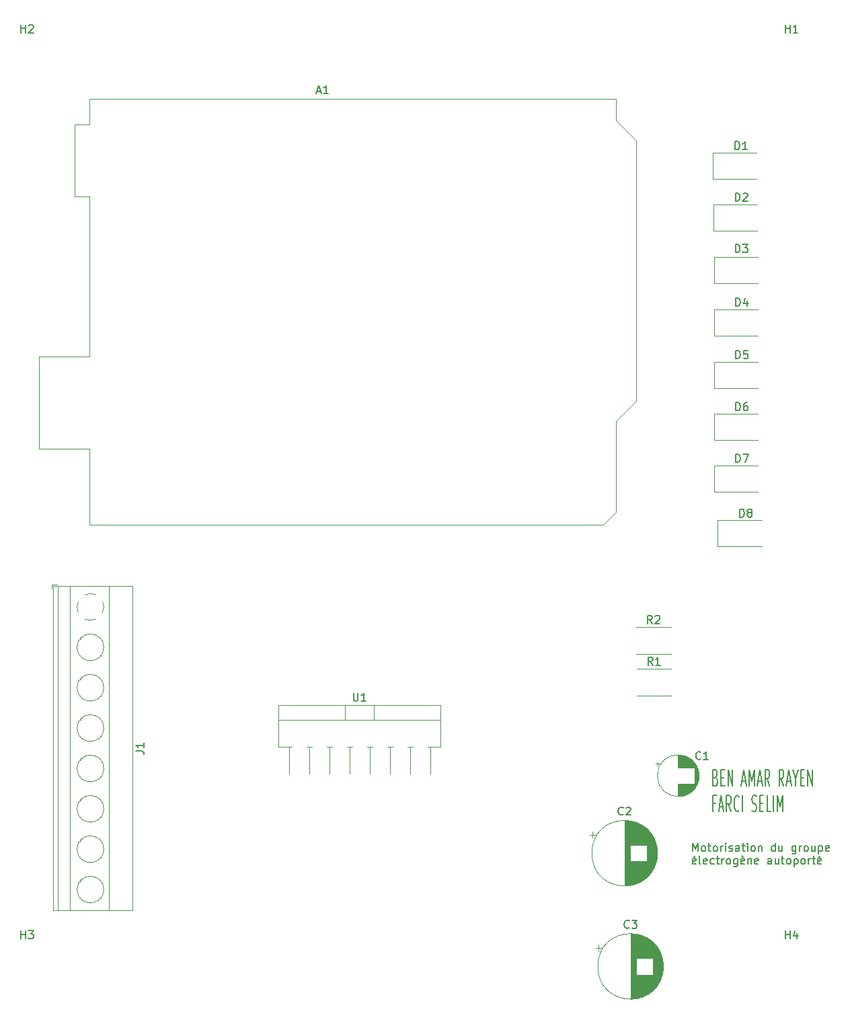
<source format=gbr>
%TF.GenerationSoftware,KiCad,Pcbnew,7.0.8*%
%TF.CreationDate,2024-03-10T19:24:50+01:00*%
%TF.ProjectId,Hacheur 4Q,48616368-6575-4722-9034-512e6b696361,rev?*%
%TF.SameCoordinates,Original*%
%TF.FileFunction,Legend,Top*%
%TF.FilePolarity,Positive*%
%FSLAX46Y46*%
G04 Gerber Fmt 4.6, Leading zero omitted, Abs format (unit mm)*
G04 Created by KiCad (PCBNEW 7.0.8) date 2024-03-10 19:24:50*
%MOMM*%
%LPD*%
G01*
G04 APERTURE LIST*
%ADD10C,0.200000*%
%ADD11C,0.150000*%
%ADD12C,0.120000*%
G04 APERTURE END LIST*
D10*
X197703006Y-116977219D02*
X197845863Y-117072457D01*
X197845863Y-117072457D02*
X197893482Y-117167695D01*
X197893482Y-117167695D02*
X197941101Y-117358171D01*
X197941101Y-117358171D02*
X197941101Y-117643885D01*
X197941101Y-117643885D02*
X197893482Y-117834361D01*
X197893482Y-117834361D02*
X197845863Y-117929600D01*
X197845863Y-117929600D02*
X197750625Y-118024838D01*
X197750625Y-118024838D02*
X197369673Y-118024838D01*
X197369673Y-118024838D02*
X197369673Y-116024838D01*
X197369673Y-116024838D02*
X197703006Y-116024838D01*
X197703006Y-116024838D02*
X197798244Y-116120076D01*
X197798244Y-116120076D02*
X197845863Y-116215314D01*
X197845863Y-116215314D02*
X197893482Y-116405790D01*
X197893482Y-116405790D02*
X197893482Y-116596266D01*
X197893482Y-116596266D02*
X197845863Y-116786742D01*
X197845863Y-116786742D02*
X197798244Y-116881980D01*
X197798244Y-116881980D02*
X197703006Y-116977219D01*
X197703006Y-116977219D02*
X197369673Y-116977219D01*
X198369673Y-116977219D02*
X198703006Y-116977219D01*
X198845863Y-118024838D02*
X198369673Y-118024838D01*
X198369673Y-118024838D02*
X198369673Y-116024838D01*
X198369673Y-116024838D02*
X198845863Y-116024838D01*
X199274435Y-118024838D02*
X199274435Y-116024838D01*
X199274435Y-116024838D02*
X199845863Y-118024838D01*
X199845863Y-118024838D02*
X199845863Y-116024838D01*
X201036340Y-117453409D02*
X201512530Y-117453409D01*
X200941102Y-118024838D02*
X201274435Y-116024838D01*
X201274435Y-116024838D02*
X201607768Y-118024838D01*
X201941102Y-118024838D02*
X201941102Y-116024838D01*
X201941102Y-116024838D02*
X202274435Y-117453409D01*
X202274435Y-117453409D02*
X202607768Y-116024838D01*
X202607768Y-116024838D02*
X202607768Y-118024838D01*
X203036340Y-117453409D02*
X203512530Y-117453409D01*
X202941102Y-118024838D02*
X203274435Y-116024838D01*
X203274435Y-116024838D02*
X203607768Y-118024838D01*
X204512530Y-118024838D02*
X204179197Y-117072457D01*
X203941102Y-118024838D02*
X203941102Y-116024838D01*
X203941102Y-116024838D02*
X204322054Y-116024838D01*
X204322054Y-116024838D02*
X204417292Y-116120076D01*
X204417292Y-116120076D02*
X204464911Y-116215314D01*
X204464911Y-116215314D02*
X204512530Y-116405790D01*
X204512530Y-116405790D02*
X204512530Y-116691504D01*
X204512530Y-116691504D02*
X204464911Y-116881980D01*
X204464911Y-116881980D02*
X204417292Y-116977219D01*
X204417292Y-116977219D02*
X204322054Y-117072457D01*
X204322054Y-117072457D02*
X203941102Y-117072457D01*
X206274435Y-118024838D02*
X205941102Y-117072457D01*
X205703007Y-118024838D02*
X205703007Y-116024838D01*
X205703007Y-116024838D02*
X206083959Y-116024838D01*
X206083959Y-116024838D02*
X206179197Y-116120076D01*
X206179197Y-116120076D02*
X206226816Y-116215314D01*
X206226816Y-116215314D02*
X206274435Y-116405790D01*
X206274435Y-116405790D02*
X206274435Y-116691504D01*
X206274435Y-116691504D02*
X206226816Y-116881980D01*
X206226816Y-116881980D02*
X206179197Y-116977219D01*
X206179197Y-116977219D02*
X206083959Y-117072457D01*
X206083959Y-117072457D02*
X205703007Y-117072457D01*
X206655388Y-117453409D02*
X207131578Y-117453409D01*
X206560150Y-118024838D02*
X206893483Y-116024838D01*
X206893483Y-116024838D02*
X207226816Y-118024838D01*
X207750626Y-117072457D02*
X207750626Y-118024838D01*
X207417293Y-116024838D02*
X207750626Y-117072457D01*
X207750626Y-117072457D02*
X208083959Y-116024838D01*
X208417293Y-116977219D02*
X208750626Y-116977219D01*
X208893483Y-118024838D02*
X208417293Y-118024838D01*
X208417293Y-118024838D02*
X208417293Y-116024838D01*
X208417293Y-116024838D02*
X208893483Y-116024838D01*
X209322055Y-118024838D02*
X209322055Y-116024838D01*
X209322055Y-116024838D02*
X209893483Y-118024838D01*
X209893483Y-118024838D02*
X209893483Y-116024838D01*
X197703006Y-120197219D02*
X197369673Y-120197219D01*
X197369673Y-121244838D02*
X197369673Y-119244838D01*
X197369673Y-119244838D02*
X197845863Y-119244838D01*
X198179197Y-120673409D02*
X198655387Y-120673409D01*
X198083959Y-121244838D02*
X198417292Y-119244838D01*
X198417292Y-119244838D02*
X198750625Y-121244838D01*
X199655387Y-121244838D02*
X199322054Y-120292457D01*
X199083959Y-121244838D02*
X199083959Y-119244838D01*
X199083959Y-119244838D02*
X199464911Y-119244838D01*
X199464911Y-119244838D02*
X199560149Y-119340076D01*
X199560149Y-119340076D02*
X199607768Y-119435314D01*
X199607768Y-119435314D02*
X199655387Y-119625790D01*
X199655387Y-119625790D02*
X199655387Y-119911504D01*
X199655387Y-119911504D02*
X199607768Y-120101980D01*
X199607768Y-120101980D02*
X199560149Y-120197219D01*
X199560149Y-120197219D02*
X199464911Y-120292457D01*
X199464911Y-120292457D02*
X199083959Y-120292457D01*
X200655387Y-121054361D02*
X200607768Y-121149600D01*
X200607768Y-121149600D02*
X200464911Y-121244838D01*
X200464911Y-121244838D02*
X200369673Y-121244838D01*
X200369673Y-121244838D02*
X200226816Y-121149600D01*
X200226816Y-121149600D02*
X200131578Y-120959123D01*
X200131578Y-120959123D02*
X200083959Y-120768647D01*
X200083959Y-120768647D02*
X200036340Y-120387695D01*
X200036340Y-120387695D02*
X200036340Y-120101980D01*
X200036340Y-120101980D02*
X200083959Y-119721028D01*
X200083959Y-119721028D02*
X200131578Y-119530552D01*
X200131578Y-119530552D02*
X200226816Y-119340076D01*
X200226816Y-119340076D02*
X200369673Y-119244838D01*
X200369673Y-119244838D02*
X200464911Y-119244838D01*
X200464911Y-119244838D02*
X200607768Y-119340076D01*
X200607768Y-119340076D02*
X200655387Y-119435314D01*
X201083959Y-121244838D02*
X201083959Y-119244838D01*
X202274435Y-121149600D02*
X202417292Y-121244838D01*
X202417292Y-121244838D02*
X202655387Y-121244838D01*
X202655387Y-121244838D02*
X202750625Y-121149600D01*
X202750625Y-121149600D02*
X202798244Y-121054361D01*
X202798244Y-121054361D02*
X202845863Y-120863885D01*
X202845863Y-120863885D02*
X202845863Y-120673409D01*
X202845863Y-120673409D02*
X202798244Y-120482933D01*
X202798244Y-120482933D02*
X202750625Y-120387695D01*
X202750625Y-120387695D02*
X202655387Y-120292457D01*
X202655387Y-120292457D02*
X202464911Y-120197219D01*
X202464911Y-120197219D02*
X202369673Y-120101980D01*
X202369673Y-120101980D02*
X202322054Y-120006742D01*
X202322054Y-120006742D02*
X202274435Y-119816266D01*
X202274435Y-119816266D02*
X202274435Y-119625790D01*
X202274435Y-119625790D02*
X202322054Y-119435314D01*
X202322054Y-119435314D02*
X202369673Y-119340076D01*
X202369673Y-119340076D02*
X202464911Y-119244838D01*
X202464911Y-119244838D02*
X202703006Y-119244838D01*
X202703006Y-119244838D02*
X202845863Y-119340076D01*
X203274435Y-120197219D02*
X203607768Y-120197219D01*
X203750625Y-121244838D02*
X203274435Y-121244838D01*
X203274435Y-121244838D02*
X203274435Y-119244838D01*
X203274435Y-119244838D02*
X203750625Y-119244838D01*
X204655387Y-121244838D02*
X204179197Y-121244838D01*
X204179197Y-121244838D02*
X204179197Y-119244838D01*
X204988721Y-121244838D02*
X204988721Y-119244838D01*
X205464911Y-121244838D02*
X205464911Y-119244838D01*
X205464911Y-119244838D02*
X205798244Y-120673409D01*
X205798244Y-120673409D02*
X206131577Y-119244838D01*
X206131577Y-119244838D02*
X206131577Y-121244838D01*
D11*
X194836779Y-126259819D02*
X194836779Y-125259819D01*
X194836779Y-125259819D02*
X195170112Y-125974104D01*
X195170112Y-125974104D02*
X195503445Y-125259819D01*
X195503445Y-125259819D02*
X195503445Y-126259819D01*
X196122493Y-126259819D02*
X196027255Y-126212200D01*
X196027255Y-126212200D02*
X195979636Y-126164580D01*
X195979636Y-126164580D02*
X195932017Y-126069342D01*
X195932017Y-126069342D02*
X195932017Y-125783628D01*
X195932017Y-125783628D02*
X195979636Y-125688390D01*
X195979636Y-125688390D02*
X196027255Y-125640771D01*
X196027255Y-125640771D02*
X196122493Y-125593152D01*
X196122493Y-125593152D02*
X196265350Y-125593152D01*
X196265350Y-125593152D02*
X196360588Y-125640771D01*
X196360588Y-125640771D02*
X196408207Y-125688390D01*
X196408207Y-125688390D02*
X196455826Y-125783628D01*
X196455826Y-125783628D02*
X196455826Y-126069342D01*
X196455826Y-126069342D02*
X196408207Y-126164580D01*
X196408207Y-126164580D02*
X196360588Y-126212200D01*
X196360588Y-126212200D02*
X196265350Y-126259819D01*
X196265350Y-126259819D02*
X196122493Y-126259819D01*
X196741541Y-125593152D02*
X197122493Y-125593152D01*
X196884398Y-125259819D02*
X196884398Y-126116961D01*
X196884398Y-126116961D02*
X196932017Y-126212200D01*
X196932017Y-126212200D02*
X197027255Y-126259819D01*
X197027255Y-126259819D02*
X197122493Y-126259819D01*
X197598684Y-126259819D02*
X197503446Y-126212200D01*
X197503446Y-126212200D02*
X197455827Y-126164580D01*
X197455827Y-126164580D02*
X197408208Y-126069342D01*
X197408208Y-126069342D02*
X197408208Y-125783628D01*
X197408208Y-125783628D02*
X197455827Y-125688390D01*
X197455827Y-125688390D02*
X197503446Y-125640771D01*
X197503446Y-125640771D02*
X197598684Y-125593152D01*
X197598684Y-125593152D02*
X197741541Y-125593152D01*
X197741541Y-125593152D02*
X197836779Y-125640771D01*
X197836779Y-125640771D02*
X197884398Y-125688390D01*
X197884398Y-125688390D02*
X197932017Y-125783628D01*
X197932017Y-125783628D02*
X197932017Y-126069342D01*
X197932017Y-126069342D02*
X197884398Y-126164580D01*
X197884398Y-126164580D02*
X197836779Y-126212200D01*
X197836779Y-126212200D02*
X197741541Y-126259819D01*
X197741541Y-126259819D02*
X197598684Y-126259819D01*
X198360589Y-126259819D02*
X198360589Y-125593152D01*
X198360589Y-125783628D02*
X198408208Y-125688390D01*
X198408208Y-125688390D02*
X198455827Y-125640771D01*
X198455827Y-125640771D02*
X198551065Y-125593152D01*
X198551065Y-125593152D02*
X198646303Y-125593152D01*
X198979637Y-126259819D02*
X198979637Y-125593152D01*
X198979637Y-125259819D02*
X198932018Y-125307438D01*
X198932018Y-125307438D02*
X198979637Y-125355057D01*
X198979637Y-125355057D02*
X199027256Y-125307438D01*
X199027256Y-125307438D02*
X198979637Y-125259819D01*
X198979637Y-125259819D02*
X198979637Y-125355057D01*
X199408208Y-126212200D02*
X199503446Y-126259819D01*
X199503446Y-126259819D02*
X199693922Y-126259819D01*
X199693922Y-126259819D02*
X199789160Y-126212200D01*
X199789160Y-126212200D02*
X199836779Y-126116961D01*
X199836779Y-126116961D02*
X199836779Y-126069342D01*
X199836779Y-126069342D02*
X199789160Y-125974104D01*
X199789160Y-125974104D02*
X199693922Y-125926485D01*
X199693922Y-125926485D02*
X199551065Y-125926485D01*
X199551065Y-125926485D02*
X199455827Y-125878866D01*
X199455827Y-125878866D02*
X199408208Y-125783628D01*
X199408208Y-125783628D02*
X199408208Y-125736009D01*
X199408208Y-125736009D02*
X199455827Y-125640771D01*
X199455827Y-125640771D02*
X199551065Y-125593152D01*
X199551065Y-125593152D02*
X199693922Y-125593152D01*
X199693922Y-125593152D02*
X199789160Y-125640771D01*
X200693922Y-126259819D02*
X200693922Y-125736009D01*
X200693922Y-125736009D02*
X200646303Y-125640771D01*
X200646303Y-125640771D02*
X200551065Y-125593152D01*
X200551065Y-125593152D02*
X200360589Y-125593152D01*
X200360589Y-125593152D02*
X200265351Y-125640771D01*
X200693922Y-126212200D02*
X200598684Y-126259819D01*
X200598684Y-126259819D02*
X200360589Y-126259819D01*
X200360589Y-126259819D02*
X200265351Y-126212200D01*
X200265351Y-126212200D02*
X200217732Y-126116961D01*
X200217732Y-126116961D02*
X200217732Y-126021723D01*
X200217732Y-126021723D02*
X200265351Y-125926485D01*
X200265351Y-125926485D02*
X200360589Y-125878866D01*
X200360589Y-125878866D02*
X200598684Y-125878866D01*
X200598684Y-125878866D02*
X200693922Y-125831247D01*
X201027256Y-125593152D02*
X201408208Y-125593152D01*
X201170113Y-125259819D02*
X201170113Y-126116961D01*
X201170113Y-126116961D02*
X201217732Y-126212200D01*
X201217732Y-126212200D02*
X201312970Y-126259819D01*
X201312970Y-126259819D02*
X201408208Y-126259819D01*
X201741542Y-126259819D02*
X201741542Y-125593152D01*
X201741542Y-125259819D02*
X201693923Y-125307438D01*
X201693923Y-125307438D02*
X201741542Y-125355057D01*
X201741542Y-125355057D02*
X201789161Y-125307438D01*
X201789161Y-125307438D02*
X201741542Y-125259819D01*
X201741542Y-125259819D02*
X201741542Y-125355057D01*
X202360589Y-126259819D02*
X202265351Y-126212200D01*
X202265351Y-126212200D02*
X202217732Y-126164580D01*
X202217732Y-126164580D02*
X202170113Y-126069342D01*
X202170113Y-126069342D02*
X202170113Y-125783628D01*
X202170113Y-125783628D02*
X202217732Y-125688390D01*
X202217732Y-125688390D02*
X202265351Y-125640771D01*
X202265351Y-125640771D02*
X202360589Y-125593152D01*
X202360589Y-125593152D02*
X202503446Y-125593152D01*
X202503446Y-125593152D02*
X202598684Y-125640771D01*
X202598684Y-125640771D02*
X202646303Y-125688390D01*
X202646303Y-125688390D02*
X202693922Y-125783628D01*
X202693922Y-125783628D02*
X202693922Y-126069342D01*
X202693922Y-126069342D02*
X202646303Y-126164580D01*
X202646303Y-126164580D02*
X202598684Y-126212200D01*
X202598684Y-126212200D02*
X202503446Y-126259819D01*
X202503446Y-126259819D02*
X202360589Y-126259819D01*
X203122494Y-125593152D02*
X203122494Y-126259819D01*
X203122494Y-125688390D02*
X203170113Y-125640771D01*
X203170113Y-125640771D02*
X203265351Y-125593152D01*
X203265351Y-125593152D02*
X203408208Y-125593152D01*
X203408208Y-125593152D02*
X203503446Y-125640771D01*
X203503446Y-125640771D02*
X203551065Y-125736009D01*
X203551065Y-125736009D02*
X203551065Y-126259819D01*
X205217732Y-126259819D02*
X205217732Y-125259819D01*
X205217732Y-126212200D02*
X205122494Y-126259819D01*
X205122494Y-126259819D02*
X204932018Y-126259819D01*
X204932018Y-126259819D02*
X204836780Y-126212200D01*
X204836780Y-126212200D02*
X204789161Y-126164580D01*
X204789161Y-126164580D02*
X204741542Y-126069342D01*
X204741542Y-126069342D02*
X204741542Y-125783628D01*
X204741542Y-125783628D02*
X204789161Y-125688390D01*
X204789161Y-125688390D02*
X204836780Y-125640771D01*
X204836780Y-125640771D02*
X204932018Y-125593152D01*
X204932018Y-125593152D02*
X205122494Y-125593152D01*
X205122494Y-125593152D02*
X205217732Y-125640771D01*
X206122494Y-125593152D02*
X206122494Y-126259819D01*
X205693923Y-125593152D02*
X205693923Y-126116961D01*
X205693923Y-126116961D02*
X205741542Y-126212200D01*
X205741542Y-126212200D02*
X205836780Y-126259819D01*
X205836780Y-126259819D02*
X205979637Y-126259819D01*
X205979637Y-126259819D02*
X206074875Y-126212200D01*
X206074875Y-126212200D02*
X206122494Y-126164580D01*
X207789161Y-125593152D02*
X207789161Y-126402676D01*
X207789161Y-126402676D02*
X207741542Y-126497914D01*
X207741542Y-126497914D02*
X207693923Y-126545533D01*
X207693923Y-126545533D02*
X207598685Y-126593152D01*
X207598685Y-126593152D02*
X207455828Y-126593152D01*
X207455828Y-126593152D02*
X207360590Y-126545533D01*
X207789161Y-126212200D02*
X207693923Y-126259819D01*
X207693923Y-126259819D02*
X207503447Y-126259819D01*
X207503447Y-126259819D02*
X207408209Y-126212200D01*
X207408209Y-126212200D02*
X207360590Y-126164580D01*
X207360590Y-126164580D02*
X207312971Y-126069342D01*
X207312971Y-126069342D02*
X207312971Y-125783628D01*
X207312971Y-125783628D02*
X207360590Y-125688390D01*
X207360590Y-125688390D02*
X207408209Y-125640771D01*
X207408209Y-125640771D02*
X207503447Y-125593152D01*
X207503447Y-125593152D02*
X207693923Y-125593152D01*
X207693923Y-125593152D02*
X207789161Y-125640771D01*
X208265352Y-126259819D02*
X208265352Y-125593152D01*
X208265352Y-125783628D02*
X208312971Y-125688390D01*
X208312971Y-125688390D02*
X208360590Y-125640771D01*
X208360590Y-125640771D02*
X208455828Y-125593152D01*
X208455828Y-125593152D02*
X208551066Y-125593152D01*
X209027257Y-126259819D02*
X208932019Y-126212200D01*
X208932019Y-126212200D02*
X208884400Y-126164580D01*
X208884400Y-126164580D02*
X208836781Y-126069342D01*
X208836781Y-126069342D02*
X208836781Y-125783628D01*
X208836781Y-125783628D02*
X208884400Y-125688390D01*
X208884400Y-125688390D02*
X208932019Y-125640771D01*
X208932019Y-125640771D02*
X209027257Y-125593152D01*
X209027257Y-125593152D02*
X209170114Y-125593152D01*
X209170114Y-125593152D02*
X209265352Y-125640771D01*
X209265352Y-125640771D02*
X209312971Y-125688390D01*
X209312971Y-125688390D02*
X209360590Y-125783628D01*
X209360590Y-125783628D02*
X209360590Y-126069342D01*
X209360590Y-126069342D02*
X209312971Y-126164580D01*
X209312971Y-126164580D02*
X209265352Y-126212200D01*
X209265352Y-126212200D02*
X209170114Y-126259819D01*
X209170114Y-126259819D02*
X209027257Y-126259819D01*
X210217733Y-125593152D02*
X210217733Y-126259819D01*
X209789162Y-125593152D02*
X209789162Y-126116961D01*
X209789162Y-126116961D02*
X209836781Y-126212200D01*
X209836781Y-126212200D02*
X209932019Y-126259819D01*
X209932019Y-126259819D02*
X210074876Y-126259819D01*
X210074876Y-126259819D02*
X210170114Y-126212200D01*
X210170114Y-126212200D02*
X210217733Y-126164580D01*
X210693924Y-125593152D02*
X210693924Y-126593152D01*
X210693924Y-125640771D02*
X210789162Y-125593152D01*
X210789162Y-125593152D02*
X210979638Y-125593152D01*
X210979638Y-125593152D02*
X211074876Y-125640771D01*
X211074876Y-125640771D02*
X211122495Y-125688390D01*
X211122495Y-125688390D02*
X211170114Y-125783628D01*
X211170114Y-125783628D02*
X211170114Y-126069342D01*
X211170114Y-126069342D02*
X211122495Y-126164580D01*
X211122495Y-126164580D02*
X211074876Y-126212200D01*
X211074876Y-126212200D02*
X210979638Y-126259819D01*
X210979638Y-126259819D02*
X210789162Y-126259819D01*
X210789162Y-126259819D02*
X210693924Y-126212200D01*
X211979638Y-126212200D02*
X211884400Y-126259819D01*
X211884400Y-126259819D02*
X211693924Y-126259819D01*
X211693924Y-126259819D02*
X211598686Y-126212200D01*
X211598686Y-126212200D02*
X211551067Y-126116961D01*
X211551067Y-126116961D02*
X211551067Y-125736009D01*
X211551067Y-125736009D02*
X211598686Y-125640771D01*
X211598686Y-125640771D02*
X211693924Y-125593152D01*
X211693924Y-125593152D02*
X211884400Y-125593152D01*
X211884400Y-125593152D02*
X211979638Y-125640771D01*
X211979638Y-125640771D02*
X212027257Y-125736009D01*
X212027257Y-125736009D02*
X212027257Y-125831247D01*
X212027257Y-125831247D02*
X211551067Y-125926485D01*
X195217731Y-127822200D02*
X195122493Y-127869819D01*
X195122493Y-127869819D02*
X194932017Y-127869819D01*
X194932017Y-127869819D02*
X194836779Y-127822200D01*
X194836779Y-127822200D02*
X194789160Y-127726961D01*
X194789160Y-127726961D02*
X194789160Y-127346009D01*
X194789160Y-127346009D02*
X194836779Y-127250771D01*
X194836779Y-127250771D02*
X194932017Y-127203152D01*
X194932017Y-127203152D02*
X195122493Y-127203152D01*
X195122493Y-127203152D02*
X195217731Y-127250771D01*
X195217731Y-127250771D02*
X195265350Y-127346009D01*
X195265350Y-127346009D02*
X195265350Y-127441247D01*
X195265350Y-127441247D02*
X194789160Y-127536485D01*
X195122493Y-126822200D02*
X194979636Y-126965057D01*
X195836779Y-127869819D02*
X195741541Y-127822200D01*
X195741541Y-127822200D02*
X195693922Y-127726961D01*
X195693922Y-127726961D02*
X195693922Y-126869819D01*
X196598684Y-127822200D02*
X196503446Y-127869819D01*
X196503446Y-127869819D02*
X196312970Y-127869819D01*
X196312970Y-127869819D02*
X196217732Y-127822200D01*
X196217732Y-127822200D02*
X196170113Y-127726961D01*
X196170113Y-127726961D02*
X196170113Y-127346009D01*
X196170113Y-127346009D02*
X196217732Y-127250771D01*
X196217732Y-127250771D02*
X196312970Y-127203152D01*
X196312970Y-127203152D02*
X196503446Y-127203152D01*
X196503446Y-127203152D02*
X196598684Y-127250771D01*
X196598684Y-127250771D02*
X196646303Y-127346009D01*
X196646303Y-127346009D02*
X196646303Y-127441247D01*
X196646303Y-127441247D02*
X196170113Y-127536485D01*
X197503446Y-127822200D02*
X197408208Y-127869819D01*
X197408208Y-127869819D02*
X197217732Y-127869819D01*
X197217732Y-127869819D02*
X197122494Y-127822200D01*
X197122494Y-127822200D02*
X197074875Y-127774580D01*
X197074875Y-127774580D02*
X197027256Y-127679342D01*
X197027256Y-127679342D02*
X197027256Y-127393628D01*
X197027256Y-127393628D02*
X197074875Y-127298390D01*
X197074875Y-127298390D02*
X197122494Y-127250771D01*
X197122494Y-127250771D02*
X197217732Y-127203152D01*
X197217732Y-127203152D02*
X197408208Y-127203152D01*
X197408208Y-127203152D02*
X197503446Y-127250771D01*
X197789161Y-127203152D02*
X198170113Y-127203152D01*
X197932018Y-126869819D02*
X197932018Y-127726961D01*
X197932018Y-127726961D02*
X197979637Y-127822200D01*
X197979637Y-127822200D02*
X198074875Y-127869819D01*
X198074875Y-127869819D02*
X198170113Y-127869819D01*
X198503447Y-127869819D02*
X198503447Y-127203152D01*
X198503447Y-127393628D02*
X198551066Y-127298390D01*
X198551066Y-127298390D02*
X198598685Y-127250771D01*
X198598685Y-127250771D02*
X198693923Y-127203152D01*
X198693923Y-127203152D02*
X198789161Y-127203152D01*
X199265352Y-127869819D02*
X199170114Y-127822200D01*
X199170114Y-127822200D02*
X199122495Y-127774580D01*
X199122495Y-127774580D02*
X199074876Y-127679342D01*
X199074876Y-127679342D02*
X199074876Y-127393628D01*
X199074876Y-127393628D02*
X199122495Y-127298390D01*
X199122495Y-127298390D02*
X199170114Y-127250771D01*
X199170114Y-127250771D02*
X199265352Y-127203152D01*
X199265352Y-127203152D02*
X199408209Y-127203152D01*
X199408209Y-127203152D02*
X199503447Y-127250771D01*
X199503447Y-127250771D02*
X199551066Y-127298390D01*
X199551066Y-127298390D02*
X199598685Y-127393628D01*
X199598685Y-127393628D02*
X199598685Y-127679342D01*
X199598685Y-127679342D02*
X199551066Y-127774580D01*
X199551066Y-127774580D02*
X199503447Y-127822200D01*
X199503447Y-127822200D02*
X199408209Y-127869819D01*
X199408209Y-127869819D02*
X199265352Y-127869819D01*
X200455828Y-127203152D02*
X200455828Y-128012676D01*
X200455828Y-128012676D02*
X200408209Y-128107914D01*
X200408209Y-128107914D02*
X200360590Y-128155533D01*
X200360590Y-128155533D02*
X200265352Y-128203152D01*
X200265352Y-128203152D02*
X200122495Y-128203152D01*
X200122495Y-128203152D02*
X200027257Y-128155533D01*
X200455828Y-127822200D02*
X200360590Y-127869819D01*
X200360590Y-127869819D02*
X200170114Y-127869819D01*
X200170114Y-127869819D02*
X200074876Y-127822200D01*
X200074876Y-127822200D02*
X200027257Y-127774580D01*
X200027257Y-127774580D02*
X199979638Y-127679342D01*
X199979638Y-127679342D02*
X199979638Y-127393628D01*
X199979638Y-127393628D02*
X200027257Y-127298390D01*
X200027257Y-127298390D02*
X200074876Y-127250771D01*
X200074876Y-127250771D02*
X200170114Y-127203152D01*
X200170114Y-127203152D02*
X200360590Y-127203152D01*
X200360590Y-127203152D02*
X200455828Y-127250771D01*
X201312971Y-127822200D02*
X201217733Y-127869819D01*
X201217733Y-127869819D02*
X201027257Y-127869819D01*
X201027257Y-127869819D02*
X200932019Y-127822200D01*
X200932019Y-127822200D02*
X200884400Y-127726961D01*
X200884400Y-127726961D02*
X200884400Y-127346009D01*
X200884400Y-127346009D02*
X200932019Y-127250771D01*
X200932019Y-127250771D02*
X201027257Y-127203152D01*
X201027257Y-127203152D02*
X201217733Y-127203152D01*
X201217733Y-127203152D02*
X201312971Y-127250771D01*
X201312971Y-127250771D02*
X201360590Y-127346009D01*
X201360590Y-127346009D02*
X201360590Y-127441247D01*
X201360590Y-127441247D02*
X200884400Y-127536485D01*
X201027257Y-126822200D02*
X201170114Y-126965057D01*
X201789162Y-127203152D02*
X201789162Y-127869819D01*
X201789162Y-127298390D02*
X201836781Y-127250771D01*
X201836781Y-127250771D02*
X201932019Y-127203152D01*
X201932019Y-127203152D02*
X202074876Y-127203152D01*
X202074876Y-127203152D02*
X202170114Y-127250771D01*
X202170114Y-127250771D02*
X202217733Y-127346009D01*
X202217733Y-127346009D02*
X202217733Y-127869819D01*
X203074876Y-127822200D02*
X202979638Y-127869819D01*
X202979638Y-127869819D02*
X202789162Y-127869819D01*
X202789162Y-127869819D02*
X202693924Y-127822200D01*
X202693924Y-127822200D02*
X202646305Y-127726961D01*
X202646305Y-127726961D02*
X202646305Y-127346009D01*
X202646305Y-127346009D02*
X202693924Y-127250771D01*
X202693924Y-127250771D02*
X202789162Y-127203152D01*
X202789162Y-127203152D02*
X202979638Y-127203152D01*
X202979638Y-127203152D02*
X203074876Y-127250771D01*
X203074876Y-127250771D02*
X203122495Y-127346009D01*
X203122495Y-127346009D02*
X203122495Y-127441247D01*
X203122495Y-127441247D02*
X202646305Y-127536485D01*
X204741543Y-127869819D02*
X204741543Y-127346009D01*
X204741543Y-127346009D02*
X204693924Y-127250771D01*
X204693924Y-127250771D02*
X204598686Y-127203152D01*
X204598686Y-127203152D02*
X204408210Y-127203152D01*
X204408210Y-127203152D02*
X204312972Y-127250771D01*
X204741543Y-127822200D02*
X204646305Y-127869819D01*
X204646305Y-127869819D02*
X204408210Y-127869819D01*
X204408210Y-127869819D02*
X204312972Y-127822200D01*
X204312972Y-127822200D02*
X204265353Y-127726961D01*
X204265353Y-127726961D02*
X204265353Y-127631723D01*
X204265353Y-127631723D02*
X204312972Y-127536485D01*
X204312972Y-127536485D02*
X204408210Y-127488866D01*
X204408210Y-127488866D02*
X204646305Y-127488866D01*
X204646305Y-127488866D02*
X204741543Y-127441247D01*
X205646305Y-127203152D02*
X205646305Y-127869819D01*
X205217734Y-127203152D02*
X205217734Y-127726961D01*
X205217734Y-127726961D02*
X205265353Y-127822200D01*
X205265353Y-127822200D02*
X205360591Y-127869819D01*
X205360591Y-127869819D02*
X205503448Y-127869819D01*
X205503448Y-127869819D02*
X205598686Y-127822200D01*
X205598686Y-127822200D02*
X205646305Y-127774580D01*
X205979639Y-127203152D02*
X206360591Y-127203152D01*
X206122496Y-126869819D02*
X206122496Y-127726961D01*
X206122496Y-127726961D02*
X206170115Y-127822200D01*
X206170115Y-127822200D02*
X206265353Y-127869819D01*
X206265353Y-127869819D02*
X206360591Y-127869819D01*
X206836782Y-127869819D02*
X206741544Y-127822200D01*
X206741544Y-127822200D02*
X206693925Y-127774580D01*
X206693925Y-127774580D02*
X206646306Y-127679342D01*
X206646306Y-127679342D02*
X206646306Y-127393628D01*
X206646306Y-127393628D02*
X206693925Y-127298390D01*
X206693925Y-127298390D02*
X206741544Y-127250771D01*
X206741544Y-127250771D02*
X206836782Y-127203152D01*
X206836782Y-127203152D02*
X206979639Y-127203152D01*
X206979639Y-127203152D02*
X207074877Y-127250771D01*
X207074877Y-127250771D02*
X207122496Y-127298390D01*
X207122496Y-127298390D02*
X207170115Y-127393628D01*
X207170115Y-127393628D02*
X207170115Y-127679342D01*
X207170115Y-127679342D02*
X207122496Y-127774580D01*
X207122496Y-127774580D02*
X207074877Y-127822200D01*
X207074877Y-127822200D02*
X206979639Y-127869819D01*
X206979639Y-127869819D02*
X206836782Y-127869819D01*
X207598687Y-127203152D02*
X207598687Y-128203152D01*
X207598687Y-127250771D02*
X207693925Y-127203152D01*
X207693925Y-127203152D02*
X207884401Y-127203152D01*
X207884401Y-127203152D02*
X207979639Y-127250771D01*
X207979639Y-127250771D02*
X208027258Y-127298390D01*
X208027258Y-127298390D02*
X208074877Y-127393628D01*
X208074877Y-127393628D02*
X208074877Y-127679342D01*
X208074877Y-127679342D02*
X208027258Y-127774580D01*
X208027258Y-127774580D02*
X207979639Y-127822200D01*
X207979639Y-127822200D02*
X207884401Y-127869819D01*
X207884401Y-127869819D02*
X207693925Y-127869819D01*
X207693925Y-127869819D02*
X207598687Y-127822200D01*
X208646306Y-127869819D02*
X208551068Y-127822200D01*
X208551068Y-127822200D02*
X208503449Y-127774580D01*
X208503449Y-127774580D02*
X208455830Y-127679342D01*
X208455830Y-127679342D02*
X208455830Y-127393628D01*
X208455830Y-127393628D02*
X208503449Y-127298390D01*
X208503449Y-127298390D02*
X208551068Y-127250771D01*
X208551068Y-127250771D02*
X208646306Y-127203152D01*
X208646306Y-127203152D02*
X208789163Y-127203152D01*
X208789163Y-127203152D02*
X208884401Y-127250771D01*
X208884401Y-127250771D02*
X208932020Y-127298390D01*
X208932020Y-127298390D02*
X208979639Y-127393628D01*
X208979639Y-127393628D02*
X208979639Y-127679342D01*
X208979639Y-127679342D02*
X208932020Y-127774580D01*
X208932020Y-127774580D02*
X208884401Y-127822200D01*
X208884401Y-127822200D02*
X208789163Y-127869819D01*
X208789163Y-127869819D02*
X208646306Y-127869819D01*
X209408211Y-127869819D02*
X209408211Y-127203152D01*
X209408211Y-127393628D02*
X209455830Y-127298390D01*
X209455830Y-127298390D02*
X209503449Y-127250771D01*
X209503449Y-127250771D02*
X209598687Y-127203152D01*
X209598687Y-127203152D02*
X209693925Y-127203152D01*
X209884402Y-127203152D02*
X210265354Y-127203152D01*
X210027259Y-126869819D02*
X210027259Y-127726961D01*
X210027259Y-127726961D02*
X210074878Y-127822200D01*
X210074878Y-127822200D02*
X210170116Y-127869819D01*
X210170116Y-127869819D02*
X210265354Y-127869819D01*
X210979640Y-127822200D02*
X210884402Y-127869819D01*
X210884402Y-127869819D02*
X210693926Y-127869819D01*
X210693926Y-127869819D02*
X210598688Y-127822200D01*
X210598688Y-127822200D02*
X210551069Y-127726961D01*
X210551069Y-127726961D02*
X210551069Y-127346009D01*
X210551069Y-127346009D02*
X210598688Y-127250771D01*
X210598688Y-127250771D02*
X210693926Y-127203152D01*
X210693926Y-127203152D02*
X210884402Y-127203152D01*
X210884402Y-127203152D02*
X210979640Y-127250771D01*
X210979640Y-127250771D02*
X211027259Y-127346009D01*
X211027259Y-127346009D02*
X211027259Y-127441247D01*
X211027259Y-127441247D02*
X210551069Y-127536485D01*
X210884402Y-126822200D02*
X210741545Y-126965057D01*
X110238095Y-137254819D02*
X110238095Y-136254819D01*
X110238095Y-136731009D02*
X110809523Y-136731009D01*
X110809523Y-137254819D02*
X110809523Y-136254819D01*
X111190476Y-136254819D02*
X111809523Y-136254819D01*
X111809523Y-136254819D02*
X111476190Y-136635771D01*
X111476190Y-136635771D02*
X111619047Y-136635771D01*
X111619047Y-136635771D02*
X111714285Y-136683390D01*
X111714285Y-136683390D02*
X111761904Y-136731009D01*
X111761904Y-136731009D02*
X111809523Y-136826247D01*
X111809523Y-136826247D02*
X111809523Y-137064342D01*
X111809523Y-137064342D02*
X111761904Y-137159580D01*
X111761904Y-137159580D02*
X111714285Y-137207200D01*
X111714285Y-137207200D02*
X111619047Y-137254819D01*
X111619047Y-137254819D02*
X111333333Y-137254819D01*
X111333333Y-137254819D02*
X111238095Y-137207200D01*
X111238095Y-137207200D02*
X111190476Y-137159580D01*
X186083333Y-121609580D02*
X186035714Y-121657200D01*
X186035714Y-121657200D02*
X185892857Y-121704819D01*
X185892857Y-121704819D02*
X185797619Y-121704819D01*
X185797619Y-121704819D02*
X185654762Y-121657200D01*
X185654762Y-121657200D02*
X185559524Y-121561961D01*
X185559524Y-121561961D02*
X185511905Y-121466723D01*
X185511905Y-121466723D02*
X185464286Y-121276247D01*
X185464286Y-121276247D02*
X185464286Y-121133390D01*
X185464286Y-121133390D02*
X185511905Y-120942914D01*
X185511905Y-120942914D02*
X185559524Y-120847676D01*
X185559524Y-120847676D02*
X185654762Y-120752438D01*
X185654762Y-120752438D02*
X185797619Y-120704819D01*
X185797619Y-120704819D02*
X185892857Y-120704819D01*
X185892857Y-120704819D02*
X186035714Y-120752438D01*
X186035714Y-120752438D02*
X186083333Y-120800057D01*
X186464286Y-120800057D02*
X186511905Y-120752438D01*
X186511905Y-120752438D02*
X186607143Y-120704819D01*
X186607143Y-120704819D02*
X186845238Y-120704819D01*
X186845238Y-120704819D02*
X186940476Y-120752438D01*
X186940476Y-120752438D02*
X186988095Y-120800057D01*
X186988095Y-120800057D02*
X187035714Y-120895295D01*
X187035714Y-120895295D02*
X187035714Y-120990533D01*
X187035714Y-120990533D02*
X186988095Y-121133390D01*
X186988095Y-121133390D02*
X186416667Y-121704819D01*
X186416667Y-121704819D02*
X187035714Y-121704819D01*
X206488095Y-23254819D02*
X206488095Y-22254819D01*
X206488095Y-22731009D02*
X207059523Y-22731009D01*
X207059523Y-23254819D02*
X207059523Y-22254819D01*
X208059523Y-23254819D02*
X207488095Y-23254819D01*
X207773809Y-23254819D02*
X207773809Y-22254819D01*
X207773809Y-22254819D02*
X207678571Y-22397676D01*
X207678571Y-22397676D02*
X207583333Y-22492914D01*
X207583333Y-22492914D02*
X207488095Y-22540533D01*
X200261905Y-77304819D02*
X200261905Y-76304819D01*
X200261905Y-76304819D02*
X200500000Y-76304819D01*
X200500000Y-76304819D02*
X200642857Y-76352438D01*
X200642857Y-76352438D02*
X200738095Y-76447676D01*
X200738095Y-76447676D02*
X200785714Y-76542914D01*
X200785714Y-76542914D02*
X200833333Y-76733390D01*
X200833333Y-76733390D02*
X200833333Y-76876247D01*
X200833333Y-76876247D02*
X200785714Y-77066723D01*
X200785714Y-77066723D02*
X200738095Y-77161961D01*
X200738095Y-77161961D02*
X200642857Y-77257200D01*
X200642857Y-77257200D02*
X200500000Y-77304819D01*
X200500000Y-77304819D02*
X200261905Y-77304819D01*
X201166667Y-76304819D02*
X201833333Y-76304819D01*
X201833333Y-76304819D02*
X201404762Y-77304819D01*
X200761905Y-84204819D02*
X200761905Y-83204819D01*
X200761905Y-83204819D02*
X201000000Y-83204819D01*
X201000000Y-83204819D02*
X201142857Y-83252438D01*
X201142857Y-83252438D02*
X201238095Y-83347676D01*
X201238095Y-83347676D02*
X201285714Y-83442914D01*
X201285714Y-83442914D02*
X201333333Y-83633390D01*
X201333333Y-83633390D02*
X201333333Y-83776247D01*
X201333333Y-83776247D02*
X201285714Y-83966723D01*
X201285714Y-83966723D02*
X201238095Y-84061961D01*
X201238095Y-84061961D02*
X201142857Y-84157200D01*
X201142857Y-84157200D02*
X201000000Y-84204819D01*
X201000000Y-84204819D02*
X200761905Y-84204819D01*
X201904762Y-83633390D02*
X201809524Y-83585771D01*
X201809524Y-83585771D02*
X201761905Y-83538152D01*
X201761905Y-83538152D02*
X201714286Y-83442914D01*
X201714286Y-83442914D02*
X201714286Y-83395295D01*
X201714286Y-83395295D02*
X201761905Y-83300057D01*
X201761905Y-83300057D02*
X201809524Y-83252438D01*
X201809524Y-83252438D02*
X201904762Y-83204819D01*
X201904762Y-83204819D02*
X202095238Y-83204819D01*
X202095238Y-83204819D02*
X202190476Y-83252438D01*
X202190476Y-83252438D02*
X202238095Y-83300057D01*
X202238095Y-83300057D02*
X202285714Y-83395295D01*
X202285714Y-83395295D02*
X202285714Y-83442914D01*
X202285714Y-83442914D02*
X202238095Y-83538152D01*
X202238095Y-83538152D02*
X202190476Y-83585771D01*
X202190476Y-83585771D02*
X202095238Y-83633390D01*
X202095238Y-83633390D02*
X201904762Y-83633390D01*
X201904762Y-83633390D02*
X201809524Y-83681009D01*
X201809524Y-83681009D02*
X201761905Y-83728628D01*
X201761905Y-83728628D02*
X201714286Y-83823866D01*
X201714286Y-83823866D02*
X201714286Y-84014342D01*
X201714286Y-84014342D02*
X201761905Y-84109580D01*
X201761905Y-84109580D02*
X201809524Y-84157200D01*
X201809524Y-84157200D02*
X201904762Y-84204819D01*
X201904762Y-84204819D02*
X202095238Y-84204819D01*
X202095238Y-84204819D02*
X202190476Y-84157200D01*
X202190476Y-84157200D02*
X202238095Y-84109580D01*
X202238095Y-84109580D02*
X202285714Y-84014342D01*
X202285714Y-84014342D02*
X202285714Y-83823866D01*
X202285714Y-83823866D02*
X202238095Y-83728628D01*
X202238095Y-83728628D02*
X202190476Y-83681009D01*
X202190476Y-83681009D02*
X202095238Y-83633390D01*
X200161905Y-37954819D02*
X200161905Y-36954819D01*
X200161905Y-36954819D02*
X200400000Y-36954819D01*
X200400000Y-36954819D02*
X200542857Y-37002438D01*
X200542857Y-37002438D02*
X200638095Y-37097676D01*
X200638095Y-37097676D02*
X200685714Y-37192914D01*
X200685714Y-37192914D02*
X200733333Y-37383390D01*
X200733333Y-37383390D02*
X200733333Y-37526247D01*
X200733333Y-37526247D02*
X200685714Y-37716723D01*
X200685714Y-37716723D02*
X200638095Y-37811961D01*
X200638095Y-37811961D02*
X200542857Y-37907200D01*
X200542857Y-37907200D02*
X200400000Y-37954819D01*
X200400000Y-37954819D02*
X200161905Y-37954819D01*
X201685714Y-37954819D02*
X201114286Y-37954819D01*
X201400000Y-37954819D02*
X201400000Y-36954819D01*
X201400000Y-36954819D02*
X201304762Y-37097676D01*
X201304762Y-37097676D02*
X201209524Y-37192914D01*
X201209524Y-37192914D02*
X201114286Y-37240533D01*
X200211905Y-44454819D02*
X200211905Y-43454819D01*
X200211905Y-43454819D02*
X200450000Y-43454819D01*
X200450000Y-43454819D02*
X200592857Y-43502438D01*
X200592857Y-43502438D02*
X200688095Y-43597676D01*
X200688095Y-43597676D02*
X200735714Y-43692914D01*
X200735714Y-43692914D02*
X200783333Y-43883390D01*
X200783333Y-43883390D02*
X200783333Y-44026247D01*
X200783333Y-44026247D02*
X200735714Y-44216723D01*
X200735714Y-44216723D02*
X200688095Y-44311961D01*
X200688095Y-44311961D02*
X200592857Y-44407200D01*
X200592857Y-44407200D02*
X200450000Y-44454819D01*
X200450000Y-44454819D02*
X200211905Y-44454819D01*
X201164286Y-43550057D02*
X201211905Y-43502438D01*
X201211905Y-43502438D02*
X201307143Y-43454819D01*
X201307143Y-43454819D02*
X201545238Y-43454819D01*
X201545238Y-43454819D02*
X201640476Y-43502438D01*
X201640476Y-43502438D02*
X201688095Y-43550057D01*
X201688095Y-43550057D02*
X201735714Y-43645295D01*
X201735714Y-43645295D02*
X201735714Y-43740533D01*
X201735714Y-43740533D02*
X201688095Y-43883390D01*
X201688095Y-43883390D02*
X201116667Y-44454819D01*
X201116667Y-44454819D02*
X201735714Y-44454819D01*
X200261905Y-70804819D02*
X200261905Y-69804819D01*
X200261905Y-69804819D02*
X200500000Y-69804819D01*
X200500000Y-69804819D02*
X200642857Y-69852438D01*
X200642857Y-69852438D02*
X200738095Y-69947676D01*
X200738095Y-69947676D02*
X200785714Y-70042914D01*
X200785714Y-70042914D02*
X200833333Y-70233390D01*
X200833333Y-70233390D02*
X200833333Y-70376247D01*
X200833333Y-70376247D02*
X200785714Y-70566723D01*
X200785714Y-70566723D02*
X200738095Y-70661961D01*
X200738095Y-70661961D02*
X200642857Y-70757200D01*
X200642857Y-70757200D02*
X200500000Y-70804819D01*
X200500000Y-70804819D02*
X200261905Y-70804819D01*
X201690476Y-69804819D02*
X201500000Y-69804819D01*
X201500000Y-69804819D02*
X201404762Y-69852438D01*
X201404762Y-69852438D02*
X201357143Y-69900057D01*
X201357143Y-69900057D02*
X201261905Y-70042914D01*
X201261905Y-70042914D02*
X201214286Y-70233390D01*
X201214286Y-70233390D02*
X201214286Y-70614342D01*
X201214286Y-70614342D02*
X201261905Y-70709580D01*
X201261905Y-70709580D02*
X201309524Y-70757200D01*
X201309524Y-70757200D02*
X201404762Y-70804819D01*
X201404762Y-70804819D02*
X201595238Y-70804819D01*
X201595238Y-70804819D02*
X201690476Y-70757200D01*
X201690476Y-70757200D02*
X201738095Y-70709580D01*
X201738095Y-70709580D02*
X201785714Y-70614342D01*
X201785714Y-70614342D02*
X201785714Y-70376247D01*
X201785714Y-70376247D02*
X201738095Y-70281009D01*
X201738095Y-70281009D02*
X201690476Y-70233390D01*
X201690476Y-70233390D02*
X201595238Y-70185771D01*
X201595238Y-70185771D02*
X201404762Y-70185771D01*
X201404762Y-70185771D02*
X201309524Y-70233390D01*
X201309524Y-70233390D02*
X201261905Y-70281009D01*
X201261905Y-70281009D02*
X201214286Y-70376247D01*
X189733333Y-97584819D02*
X189400000Y-97108628D01*
X189161905Y-97584819D02*
X189161905Y-96584819D01*
X189161905Y-96584819D02*
X189542857Y-96584819D01*
X189542857Y-96584819D02*
X189638095Y-96632438D01*
X189638095Y-96632438D02*
X189685714Y-96680057D01*
X189685714Y-96680057D02*
X189733333Y-96775295D01*
X189733333Y-96775295D02*
X189733333Y-96918152D01*
X189733333Y-96918152D02*
X189685714Y-97013390D01*
X189685714Y-97013390D02*
X189638095Y-97061009D01*
X189638095Y-97061009D02*
X189542857Y-97108628D01*
X189542857Y-97108628D02*
X189161905Y-97108628D01*
X190114286Y-96680057D02*
X190161905Y-96632438D01*
X190161905Y-96632438D02*
X190257143Y-96584819D01*
X190257143Y-96584819D02*
X190495238Y-96584819D01*
X190495238Y-96584819D02*
X190590476Y-96632438D01*
X190590476Y-96632438D02*
X190638095Y-96680057D01*
X190638095Y-96680057D02*
X190685714Y-96775295D01*
X190685714Y-96775295D02*
X190685714Y-96870533D01*
X190685714Y-96870533D02*
X190638095Y-97013390D01*
X190638095Y-97013390D02*
X190066667Y-97584819D01*
X190066667Y-97584819D02*
X190685714Y-97584819D01*
X200261905Y-64254819D02*
X200261905Y-63254819D01*
X200261905Y-63254819D02*
X200500000Y-63254819D01*
X200500000Y-63254819D02*
X200642857Y-63302438D01*
X200642857Y-63302438D02*
X200738095Y-63397676D01*
X200738095Y-63397676D02*
X200785714Y-63492914D01*
X200785714Y-63492914D02*
X200833333Y-63683390D01*
X200833333Y-63683390D02*
X200833333Y-63826247D01*
X200833333Y-63826247D02*
X200785714Y-64016723D01*
X200785714Y-64016723D02*
X200738095Y-64111961D01*
X200738095Y-64111961D02*
X200642857Y-64207200D01*
X200642857Y-64207200D02*
X200500000Y-64254819D01*
X200500000Y-64254819D02*
X200261905Y-64254819D01*
X201738095Y-63254819D02*
X201261905Y-63254819D01*
X201261905Y-63254819D02*
X201214286Y-63731009D01*
X201214286Y-63731009D02*
X201261905Y-63683390D01*
X201261905Y-63683390D02*
X201357143Y-63635771D01*
X201357143Y-63635771D02*
X201595238Y-63635771D01*
X201595238Y-63635771D02*
X201690476Y-63683390D01*
X201690476Y-63683390D02*
X201738095Y-63731009D01*
X201738095Y-63731009D02*
X201785714Y-63826247D01*
X201785714Y-63826247D02*
X201785714Y-64064342D01*
X201785714Y-64064342D02*
X201738095Y-64159580D01*
X201738095Y-64159580D02*
X201690476Y-64207200D01*
X201690476Y-64207200D02*
X201595238Y-64254819D01*
X201595238Y-64254819D02*
X201357143Y-64254819D01*
X201357143Y-64254819D02*
X201261905Y-64207200D01*
X201261905Y-64207200D02*
X201214286Y-64159580D01*
X124714819Y-113633333D02*
X125429104Y-113633333D01*
X125429104Y-113633333D02*
X125571961Y-113680952D01*
X125571961Y-113680952D02*
X125667200Y-113776190D01*
X125667200Y-113776190D02*
X125714819Y-113919047D01*
X125714819Y-113919047D02*
X125714819Y-114014285D01*
X125714819Y-112633333D02*
X125714819Y-113204761D01*
X125714819Y-112919047D02*
X124714819Y-112919047D01*
X124714819Y-112919047D02*
X124857676Y-113014285D01*
X124857676Y-113014285D02*
X124952914Y-113109523D01*
X124952914Y-113109523D02*
X125000533Y-113204761D01*
X200261905Y-57654819D02*
X200261905Y-56654819D01*
X200261905Y-56654819D02*
X200500000Y-56654819D01*
X200500000Y-56654819D02*
X200642857Y-56702438D01*
X200642857Y-56702438D02*
X200738095Y-56797676D01*
X200738095Y-56797676D02*
X200785714Y-56892914D01*
X200785714Y-56892914D02*
X200833333Y-57083390D01*
X200833333Y-57083390D02*
X200833333Y-57226247D01*
X200833333Y-57226247D02*
X200785714Y-57416723D01*
X200785714Y-57416723D02*
X200738095Y-57511961D01*
X200738095Y-57511961D02*
X200642857Y-57607200D01*
X200642857Y-57607200D02*
X200500000Y-57654819D01*
X200500000Y-57654819D02*
X200261905Y-57654819D01*
X201690476Y-56988152D02*
X201690476Y-57654819D01*
X201452381Y-56607200D02*
X201214286Y-57321485D01*
X201214286Y-57321485D02*
X201833333Y-57321485D01*
X189783333Y-102834819D02*
X189450000Y-102358628D01*
X189211905Y-102834819D02*
X189211905Y-101834819D01*
X189211905Y-101834819D02*
X189592857Y-101834819D01*
X189592857Y-101834819D02*
X189688095Y-101882438D01*
X189688095Y-101882438D02*
X189735714Y-101930057D01*
X189735714Y-101930057D02*
X189783333Y-102025295D01*
X189783333Y-102025295D02*
X189783333Y-102168152D01*
X189783333Y-102168152D02*
X189735714Y-102263390D01*
X189735714Y-102263390D02*
X189688095Y-102311009D01*
X189688095Y-102311009D02*
X189592857Y-102358628D01*
X189592857Y-102358628D02*
X189211905Y-102358628D01*
X190735714Y-102834819D02*
X190164286Y-102834819D01*
X190450000Y-102834819D02*
X190450000Y-101834819D01*
X190450000Y-101834819D02*
X190354762Y-101977676D01*
X190354762Y-101977676D02*
X190259524Y-102072914D01*
X190259524Y-102072914D02*
X190164286Y-102120533D01*
X206488095Y-137254819D02*
X206488095Y-136254819D01*
X206488095Y-136731009D02*
X207059523Y-136731009D01*
X207059523Y-137254819D02*
X207059523Y-136254819D01*
X207964285Y-136588152D02*
X207964285Y-137254819D01*
X207726190Y-136207200D02*
X207488095Y-136921485D01*
X207488095Y-136921485D02*
X208107142Y-136921485D01*
X200211905Y-50904819D02*
X200211905Y-49904819D01*
X200211905Y-49904819D02*
X200450000Y-49904819D01*
X200450000Y-49904819D02*
X200592857Y-49952438D01*
X200592857Y-49952438D02*
X200688095Y-50047676D01*
X200688095Y-50047676D02*
X200735714Y-50142914D01*
X200735714Y-50142914D02*
X200783333Y-50333390D01*
X200783333Y-50333390D02*
X200783333Y-50476247D01*
X200783333Y-50476247D02*
X200735714Y-50666723D01*
X200735714Y-50666723D02*
X200688095Y-50761961D01*
X200688095Y-50761961D02*
X200592857Y-50857200D01*
X200592857Y-50857200D02*
X200450000Y-50904819D01*
X200450000Y-50904819D02*
X200211905Y-50904819D01*
X201116667Y-49904819D02*
X201735714Y-49904819D01*
X201735714Y-49904819D02*
X201402381Y-50285771D01*
X201402381Y-50285771D02*
X201545238Y-50285771D01*
X201545238Y-50285771D02*
X201640476Y-50333390D01*
X201640476Y-50333390D02*
X201688095Y-50381009D01*
X201688095Y-50381009D02*
X201735714Y-50476247D01*
X201735714Y-50476247D02*
X201735714Y-50714342D01*
X201735714Y-50714342D02*
X201688095Y-50809580D01*
X201688095Y-50809580D02*
X201640476Y-50857200D01*
X201640476Y-50857200D02*
X201545238Y-50904819D01*
X201545238Y-50904819D02*
X201259524Y-50904819D01*
X201259524Y-50904819D02*
X201164286Y-50857200D01*
X201164286Y-50857200D02*
X201116667Y-50809580D01*
X147515714Y-30609104D02*
X147991904Y-30609104D01*
X147420476Y-30894819D02*
X147753809Y-29894819D01*
X147753809Y-29894819D02*
X148087142Y-30894819D01*
X148944285Y-30894819D02*
X148372857Y-30894819D01*
X148658571Y-30894819D02*
X148658571Y-29894819D01*
X148658571Y-29894819D02*
X148563333Y-30037676D01*
X148563333Y-30037676D02*
X148468095Y-30132914D01*
X148468095Y-30132914D02*
X148372857Y-30180533D01*
X110238095Y-23254819D02*
X110238095Y-22254819D01*
X110238095Y-22731009D02*
X110809523Y-22731009D01*
X110809523Y-23254819D02*
X110809523Y-22254819D01*
X111238095Y-22350057D02*
X111285714Y-22302438D01*
X111285714Y-22302438D02*
X111380952Y-22254819D01*
X111380952Y-22254819D02*
X111619047Y-22254819D01*
X111619047Y-22254819D02*
X111714285Y-22302438D01*
X111714285Y-22302438D02*
X111761904Y-22350057D01*
X111761904Y-22350057D02*
X111809523Y-22445295D01*
X111809523Y-22445295D02*
X111809523Y-22540533D01*
X111809523Y-22540533D02*
X111761904Y-22683390D01*
X111761904Y-22683390D02*
X111190476Y-23254819D01*
X111190476Y-23254819D02*
X111809523Y-23254819D01*
X152118095Y-106334819D02*
X152118095Y-107144342D01*
X152118095Y-107144342D02*
X152165714Y-107239580D01*
X152165714Y-107239580D02*
X152213333Y-107287200D01*
X152213333Y-107287200D02*
X152308571Y-107334819D01*
X152308571Y-107334819D02*
X152499047Y-107334819D01*
X152499047Y-107334819D02*
X152594285Y-107287200D01*
X152594285Y-107287200D02*
X152641904Y-107239580D01*
X152641904Y-107239580D02*
X152689523Y-107144342D01*
X152689523Y-107144342D02*
X152689523Y-106334819D01*
X153689523Y-107334819D02*
X153118095Y-107334819D01*
X153403809Y-107334819D02*
X153403809Y-106334819D01*
X153403809Y-106334819D02*
X153308571Y-106477676D01*
X153308571Y-106477676D02*
X153213333Y-106572914D01*
X153213333Y-106572914D02*
X153118095Y-106620533D01*
X186833333Y-135859580D02*
X186785714Y-135907200D01*
X186785714Y-135907200D02*
X186642857Y-135954819D01*
X186642857Y-135954819D02*
X186547619Y-135954819D01*
X186547619Y-135954819D02*
X186404762Y-135907200D01*
X186404762Y-135907200D02*
X186309524Y-135811961D01*
X186309524Y-135811961D02*
X186261905Y-135716723D01*
X186261905Y-135716723D02*
X186214286Y-135526247D01*
X186214286Y-135526247D02*
X186214286Y-135383390D01*
X186214286Y-135383390D02*
X186261905Y-135192914D01*
X186261905Y-135192914D02*
X186309524Y-135097676D01*
X186309524Y-135097676D02*
X186404762Y-135002438D01*
X186404762Y-135002438D02*
X186547619Y-134954819D01*
X186547619Y-134954819D02*
X186642857Y-134954819D01*
X186642857Y-134954819D02*
X186785714Y-135002438D01*
X186785714Y-135002438D02*
X186833333Y-135050057D01*
X187166667Y-134954819D02*
X187785714Y-134954819D01*
X187785714Y-134954819D02*
X187452381Y-135335771D01*
X187452381Y-135335771D02*
X187595238Y-135335771D01*
X187595238Y-135335771D02*
X187690476Y-135383390D01*
X187690476Y-135383390D02*
X187738095Y-135431009D01*
X187738095Y-135431009D02*
X187785714Y-135526247D01*
X187785714Y-135526247D02*
X187785714Y-135764342D01*
X187785714Y-135764342D02*
X187738095Y-135859580D01*
X187738095Y-135859580D02*
X187690476Y-135907200D01*
X187690476Y-135907200D02*
X187595238Y-135954819D01*
X187595238Y-135954819D02*
X187309524Y-135954819D01*
X187309524Y-135954819D02*
X187214286Y-135907200D01*
X187214286Y-135907200D02*
X187166667Y-135859580D01*
X195833333Y-114609580D02*
X195785714Y-114657200D01*
X195785714Y-114657200D02*
X195642857Y-114704819D01*
X195642857Y-114704819D02*
X195547619Y-114704819D01*
X195547619Y-114704819D02*
X195404762Y-114657200D01*
X195404762Y-114657200D02*
X195309524Y-114561961D01*
X195309524Y-114561961D02*
X195261905Y-114466723D01*
X195261905Y-114466723D02*
X195214286Y-114276247D01*
X195214286Y-114276247D02*
X195214286Y-114133390D01*
X195214286Y-114133390D02*
X195261905Y-113942914D01*
X195261905Y-113942914D02*
X195309524Y-113847676D01*
X195309524Y-113847676D02*
X195404762Y-113752438D01*
X195404762Y-113752438D02*
X195547619Y-113704819D01*
X195547619Y-113704819D02*
X195642857Y-113704819D01*
X195642857Y-113704819D02*
X195785714Y-113752438D01*
X195785714Y-113752438D02*
X195833333Y-113800057D01*
X196785714Y-114704819D02*
X196214286Y-114704819D01*
X196500000Y-114704819D02*
X196500000Y-113704819D01*
X196500000Y-113704819D02*
X196404762Y-113847676D01*
X196404762Y-113847676D02*
X196309524Y-113942914D01*
X196309524Y-113942914D02*
X196214286Y-113990533D01*
D12*
%TO.C,C2*%
X181840302Y-124185000D02*
X182640302Y-124185000D01*
X182240302Y-123785000D02*
X182240302Y-124585000D01*
X186250000Y-122420000D02*
X186250000Y-130580000D01*
X186290000Y-122420000D02*
X186290000Y-130580000D01*
X186330000Y-122420000D02*
X186330000Y-130580000D01*
X186370000Y-122421000D02*
X186370000Y-130579000D01*
X186410000Y-122423000D02*
X186410000Y-130577000D01*
X186450000Y-122424000D02*
X186450000Y-130576000D01*
X186490000Y-122426000D02*
X186490000Y-130574000D01*
X186530000Y-122429000D02*
X186530000Y-130571000D01*
X186570000Y-122432000D02*
X186570000Y-130568000D01*
X186610000Y-122435000D02*
X186610000Y-130565000D01*
X186650000Y-122439000D02*
X186650000Y-130561000D01*
X186690000Y-122443000D02*
X186690000Y-130557000D01*
X186730000Y-122448000D02*
X186730000Y-130552000D01*
X186770000Y-122452000D02*
X186770000Y-130548000D01*
X186810000Y-122458000D02*
X186810000Y-130542000D01*
X186850000Y-122463000D02*
X186850000Y-130537000D01*
X186890000Y-122470000D02*
X186890000Y-130530000D01*
X186930000Y-122476000D02*
X186930000Y-130524000D01*
X186971000Y-122483000D02*
X186971000Y-125460000D01*
X186971000Y-127540000D02*
X186971000Y-130517000D01*
X187011000Y-122490000D02*
X187011000Y-125460000D01*
X187011000Y-127540000D02*
X187011000Y-130510000D01*
X187051000Y-122498000D02*
X187051000Y-125460000D01*
X187051000Y-127540000D02*
X187051000Y-130502000D01*
X187091000Y-122506000D02*
X187091000Y-125460000D01*
X187091000Y-127540000D02*
X187091000Y-130494000D01*
X187131000Y-122515000D02*
X187131000Y-125460000D01*
X187131000Y-127540000D02*
X187131000Y-130485000D01*
X187171000Y-122524000D02*
X187171000Y-125460000D01*
X187171000Y-127540000D02*
X187171000Y-130476000D01*
X187211000Y-122533000D02*
X187211000Y-125460000D01*
X187211000Y-127540000D02*
X187211000Y-130467000D01*
X187251000Y-122543000D02*
X187251000Y-125460000D01*
X187251000Y-127540000D02*
X187251000Y-130457000D01*
X187291000Y-122553000D02*
X187291000Y-125460000D01*
X187291000Y-127540000D02*
X187291000Y-130447000D01*
X187331000Y-122564000D02*
X187331000Y-125460000D01*
X187331000Y-127540000D02*
X187331000Y-130436000D01*
X187371000Y-122575000D02*
X187371000Y-125460000D01*
X187371000Y-127540000D02*
X187371000Y-130425000D01*
X187411000Y-122586000D02*
X187411000Y-125460000D01*
X187411000Y-127540000D02*
X187411000Y-130414000D01*
X187451000Y-122598000D02*
X187451000Y-125460000D01*
X187451000Y-127540000D02*
X187451000Y-130402000D01*
X187491000Y-122611000D02*
X187491000Y-125460000D01*
X187491000Y-127540000D02*
X187491000Y-130389000D01*
X187531000Y-122623000D02*
X187531000Y-125460000D01*
X187531000Y-127540000D02*
X187531000Y-130377000D01*
X187571000Y-122637000D02*
X187571000Y-125460000D01*
X187571000Y-127540000D02*
X187571000Y-130363000D01*
X187611000Y-122650000D02*
X187611000Y-125460000D01*
X187611000Y-127540000D02*
X187611000Y-130350000D01*
X187651000Y-122665000D02*
X187651000Y-125460000D01*
X187651000Y-127540000D02*
X187651000Y-130335000D01*
X187691000Y-122679000D02*
X187691000Y-125460000D01*
X187691000Y-127540000D02*
X187691000Y-130321000D01*
X187731000Y-122695000D02*
X187731000Y-125460000D01*
X187731000Y-127540000D02*
X187731000Y-130305000D01*
X187771000Y-122710000D02*
X187771000Y-125460000D01*
X187771000Y-127540000D02*
X187771000Y-130290000D01*
X187811000Y-122726000D02*
X187811000Y-125460000D01*
X187811000Y-127540000D02*
X187811000Y-130274000D01*
X187851000Y-122743000D02*
X187851000Y-125460000D01*
X187851000Y-127540000D02*
X187851000Y-130257000D01*
X187891000Y-122760000D02*
X187891000Y-125460000D01*
X187891000Y-127540000D02*
X187891000Y-130240000D01*
X187931000Y-122778000D02*
X187931000Y-125460000D01*
X187931000Y-127540000D02*
X187931000Y-130222000D01*
X187971000Y-122796000D02*
X187971000Y-125460000D01*
X187971000Y-127540000D02*
X187971000Y-130204000D01*
X188011000Y-122814000D02*
X188011000Y-125460000D01*
X188011000Y-127540000D02*
X188011000Y-130186000D01*
X188051000Y-122834000D02*
X188051000Y-125460000D01*
X188051000Y-127540000D02*
X188051000Y-130166000D01*
X188091000Y-122853000D02*
X188091000Y-125460000D01*
X188091000Y-127540000D02*
X188091000Y-130147000D01*
X188131000Y-122873000D02*
X188131000Y-125460000D01*
X188131000Y-127540000D02*
X188131000Y-130127000D01*
X188171000Y-122894000D02*
X188171000Y-125460000D01*
X188171000Y-127540000D02*
X188171000Y-130106000D01*
X188211000Y-122916000D02*
X188211000Y-125460000D01*
X188211000Y-127540000D02*
X188211000Y-130084000D01*
X188251000Y-122938000D02*
X188251000Y-125460000D01*
X188251000Y-127540000D02*
X188251000Y-130062000D01*
X188291000Y-122960000D02*
X188291000Y-125460000D01*
X188291000Y-127540000D02*
X188291000Y-130040000D01*
X188331000Y-122983000D02*
X188331000Y-125460000D01*
X188331000Y-127540000D02*
X188331000Y-130017000D01*
X188371000Y-123007000D02*
X188371000Y-125460000D01*
X188371000Y-127540000D02*
X188371000Y-129993000D01*
X188411000Y-123031000D02*
X188411000Y-125460000D01*
X188411000Y-127540000D02*
X188411000Y-129969000D01*
X188451000Y-123056000D02*
X188451000Y-125460000D01*
X188451000Y-127540000D02*
X188451000Y-129944000D01*
X188491000Y-123082000D02*
X188491000Y-125460000D01*
X188491000Y-127540000D02*
X188491000Y-129918000D01*
X188531000Y-123108000D02*
X188531000Y-125460000D01*
X188531000Y-127540000D02*
X188531000Y-129892000D01*
X188571000Y-123135000D02*
X188571000Y-125460000D01*
X188571000Y-127540000D02*
X188571000Y-129865000D01*
X188611000Y-123162000D02*
X188611000Y-125460000D01*
X188611000Y-127540000D02*
X188611000Y-129838000D01*
X188651000Y-123191000D02*
X188651000Y-125460000D01*
X188651000Y-127540000D02*
X188651000Y-129809000D01*
X188691000Y-123220000D02*
X188691000Y-125460000D01*
X188691000Y-127540000D02*
X188691000Y-129780000D01*
X188731000Y-123250000D02*
X188731000Y-125460000D01*
X188731000Y-127540000D02*
X188731000Y-129750000D01*
X188771000Y-123280000D02*
X188771000Y-125460000D01*
X188771000Y-127540000D02*
X188771000Y-129720000D01*
X188811000Y-123311000D02*
X188811000Y-125460000D01*
X188811000Y-127540000D02*
X188811000Y-129689000D01*
X188851000Y-123344000D02*
X188851000Y-125460000D01*
X188851000Y-127540000D02*
X188851000Y-129656000D01*
X188891000Y-123376000D02*
X188891000Y-125460000D01*
X188891000Y-127540000D02*
X188891000Y-129624000D01*
X188931000Y-123410000D02*
X188931000Y-125460000D01*
X188931000Y-127540000D02*
X188931000Y-129590000D01*
X188971000Y-123445000D02*
X188971000Y-125460000D01*
X188971000Y-127540000D02*
X188971000Y-129555000D01*
X189011000Y-123481000D02*
X189011000Y-125460000D01*
X189011000Y-127540000D02*
X189011000Y-129519000D01*
X189051000Y-123517000D02*
X189051000Y-129483000D01*
X189091000Y-123555000D02*
X189091000Y-129445000D01*
X189131000Y-123593000D02*
X189131000Y-129407000D01*
X189171000Y-123633000D02*
X189171000Y-129367000D01*
X189211000Y-123674000D02*
X189211000Y-129326000D01*
X189251000Y-123716000D02*
X189251000Y-129284000D01*
X189291000Y-123759000D02*
X189291000Y-129241000D01*
X189331000Y-123803000D02*
X189331000Y-129197000D01*
X189371000Y-123849000D02*
X189371000Y-129151000D01*
X189411000Y-123896000D02*
X189411000Y-129104000D01*
X189451000Y-123944000D02*
X189451000Y-129056000D01*
X189491000Y-123995000D02*
X189491000Y-129005000D01*
X189531000Y-124046000D02*
X189531000Y-128954000D01*
X189571000Y-124100000D02*
X189571000Y-128900000D01*
X189611000Y-124155000D02*
X189611000Y-128845000D01*
X189651000Y-124213000D02*
X189651000Y-128787000D01*
X189691000Y-124272000D02*
X189691000Y-128728000D01*
X189731000Y-124334000D02*
X189731000Y-128666000D01*
X189771000Y-124398000D02*
X189771000Y-128602000D01*
X189811000Y-124466000D02*
X189811000Y-128534000D01*
X189851000Y-124536000D02*
X189851000Y-128464000D01*
X189891000Y-124610000D02*
X189891000Y-128390000D01*
X189931000Y-124687000D02*
X189931000Y-128313000D01*
X189971000Y-124769000D02*
X189971000Y-128231000D01*
X190011000Y-124855000D02*
X190011000Y-128145000D01*
X190051000Y-124948000D02*
X190051000Y-128052000D01*
X190091000Y-125047000D02*
X190091000Y-127953000D01*
X190131000Y-125154000D02*
X190131000Y-127846000D01*
X190171000Y-125271000D02*
X190171000Y-127729000D01*
X190211000Y-125402000D02*
X190211000Y-127598000D01*
X190251000Y-125552000D02*
X190251000Y-127448000D01*
X190291000Y-125732000D02*
X190291000Y-127268000D01*
X190331000Y-125967000D02*
X190331000Y-127033000D01*
X190370000Y-126500000D02*
G75*
G03*
X190370000Y-126500000I-4120000J0D01*
G01*
%TO.C,D7*%
X197490000Y-77700000D02*
X197490000Y-81000000D01*
X197490000Y-77700000D02*
X203000000Y-77700000D01*
X197490000Y-81000000D02*
X203000000Y-81000000D01*
%TO.C,D8*%
X197990000Y-84600000D02*
X197990000Y-87900000D01*
X197990000Y-84600000D02*
X203500000Y-84600000D01*
X197990000Y-87900000D02*
X203500000Y-87900000D01*
%TO.C,D1*%
X197390000Y-38350000D02*
X197390000Y-41650000D01*
X197390000Y-38350000D02*
X202900000Y-38350000D01*
X197390000Y-41650000D02*
X202900000Y-41650000D01*
%TO.C,D2*%
X197440000Y-44850000D02*
X197440000Y-48150000D01*
X197440000Y-44850000D02*
X202950000Y-44850000D01*
X197440000Y-48150000D02*
X202950000Y-48150000D01*
%TO.C,D6*%
X197490000Y-71200000D02*
X197490000Y-74500000D01*
X197490000Y-71200000D02*
X203000000Y-71200000D01*
X197490000Y-74500000D02*
X203000000Y-74500000D01*
%TO.C,R2*%
X187722936Y-98040000D02*
X192077064Y-98040000D01*
X187722936Y-101460000D02*
X192077064Y-101460000D01*
%TO.C,D5*%
X197490000Y-64650000D02*
X197490000Y-67950000D01*
X197490000Y-64650000D02*
X203000000Y-64650000D01*
X197490000Y-67950000D02*
X203000000Y-67950000D01*
%TO.C,J1*%
X114840000Y-92680000D02*
X114100000Y-92680000D01*
X114100000Y-92680000D02*
X114100000Y-93180000D01*
X124261000Y-92920000D02*
X114340000Y-92920000D01*
X124261000Y-92920000D02*
X124261000Y-133680000D01*
X121301000Y-92920000D02*
X121301000Y-133680000D01*
X116400000Y-92920000D02*
X116400000Y-133680000D01*
X114900000Y-92920000D02*
X114900000Y-133680000D01*
X114340000Y-92920000D02*
X114340000Y-133680000D01*
X117977000Y-99373000D02*
X117931000Y-99326000D01*
X117761000Y-99566000D02*
X117726000Y-99531000D01*
X120275000Y-101670000D02*
X120239000Y-101635000D01*
X120069000Y-101875000D02*
X120023000Y-101828000D01*
X117977000Y-104453000D02*
X117931000Y-104406000D01*
X117761000Y-104646000D02*
X117726000Y-104611000D01*
X120275000Y-106750000D02*
X120239000Y-106715000D01*
X120069000Y-106955000D02*
X120023000Y-106908000D01*
X117977000Y-109533000D02*
X117931000Y-109486000D01*
X117761000Y-109726000D02*
X117726000Y-109691000D01*
X120275000Y-111830000D02*
X120239000Y-111795000D01*
X120069000Y-112035000D02*
X120023000Y-111988000D01*
X117977000Y-114613000D02*
X117931000Y-114566000D01*
X117761000Y-114806000D02*
X117726000Y-114771000D01*
X120275000Y-116910000D02*
X120239000Y-116875000D01*
X120069000Y-117115000D02*
X120023000Y-117068000D01*
X117977000Y-119693000D02*
X117931000Y-119646000D01*
X117761000Y-119886000D02*
X117726000Y-119851000D01*
X120275000Y-121990000D02*
X120239000Y-121955000D01*
X120069000Y-122195000D02*
X120023000Y-122148000D01*
X117977000Y-124773000D02*
X117931000Y-124726000D01*
X117761000Y-124966000D02*
X117726000Y-124931000D01*
X120275000Y-127070000D02*
X120239000Y-127035000D01*
X120069000Y-127275000D02*
X120023000Y-127228000D01*
X117977000Y-129853000D02*
X117931000Y-129806000D01*
X117761000Y-130046000D02*
X117726000Y-130011000D01*
X120275000Y-132150000D02*
X120239000Y-132115000D01*
X120069000Y-132355000D02*
X120023000Y-132308000D01*
X124261000Y-133680000D02*
X114340000Y-133680000D01*
X119683999Y-93985001D02*
G75*
G03*
X118316958Y-93984574I-684000J-1534992D01*
G01*
X120534999Y-96203999D02*
G75*
G03*
X120535426Y-94836958I-1534992J684000D01*
G01*
X117465001Y-94836000D02*
G75*
G03*
X117319748Y-95548805I1535000J-683999D01*
G01*
X117320001Y-95520000D02*
G75*
G03*
X117465245Y-96203318I1679999J0D01*
G01*
X118316000Y-97055000D02*
G75*
G03*
X119683042Y-97055426I684000J1535000D01*
G01*
X120680000Y-100600000D02*
G75*
G03*
X120680000Y-100600000I-1680000J0D01*
G01*
X120680000Y-105680000D02*
G75*
G03*
X120680000Y-105680000I-1680000J0D01*
G01*
X120680000Y-110760000D02*
G75*
G03*
X120680000Y-110760000I-1680000J0D01*
G01*
X120680000Y-115840000D02*
G75*
G03*
X120680000Y-115840000I-1680000J0D01*
G01*
X120680000Y-120920000D02*
G75*
G03*
X120680000Y-120920000I-1680000J0D01*
G01*
X120680000Y-126000000D02*
G75*
G03*
X120680000Y-126000000I-1680000J0D01*
G01*
X120680000Y-131080000D02*
G75*
G03*
X120680000Y-131080000I-1680000J0D01*
G01*
%TO.C,D4*%
X197490000Y-58050000D02*
X197490000Y-61350000D01*
X197490000Y-58050000D02*
X203000000Y-58050000D01*
X197490000Y-61350000D02*
X203000000Y-61350000D01*
%TO.C,R1*%
X187772936Y-103290000D02*
X192127064Y-103290000D01*
X187772936Y-106710000D02*
X192127064Y-106710000D01*
%TO.C,D3*%
X197490000Y-51500000D02*
X197490000Y-54800000D01*
X197490000Y-51500000D02*
X203000000Y-51500000D01*
X197490000Y-54800000D02*
X203000000Y-54800000D01*
%TO.C,A1*%
X112540000Y-63970000D02*
X112540000Y-75650000D01*
X112540000Y-75650000D02*
X118890000Y-75650000D01*
X116990000Y-34760000D02*
X116990000Y-43900000D01*
X116990000Y-43900000D02*
X118890000Y-43900000D01*
X118890000Y-31580000D02*
X118890000Y-34760000D01*
X118890000Y-34760000D02*
X116990000Y-34760000D01*
X118890000Y-43900000D02*
X118890000Y-63970000D01*
X118890000Y-63970000D02*
X112540000Y-63970000D01*
X118890000Y-75650000D02*
X118890000Y-85180000D01*
X118890000Y-85180000D02*
X183540000Y-85180000D01*
X183540000Y-85180000D02*
X185190000Y-83530000D01*
X185190000Y-31580000D02*
X118890000Y-31580000D01*
X185190000Y-34250000D02*
X185190000Y-31580000D01*
X185190000Y-72100000D02*
X187730000Y-69560000D01*
X185190000Y-83530000D02*
X185190000Y-72100000D01*
X187730000Y-36790000D02*
X185190000Y-34250000D01*
X187730000Y-69560000D02*
X187730000Y-36790000D01*
%TO.C,U1*%
X142660000Y-107880000D02*
X142660000Y-113121000D01*
X142660000Y-107880000D02*
X163100000Y-107880000D01*
X142660000Y-109720000D02*
X163100000Y-109720000D01*
X142660000Y-113121000D02*
X144336000Y-113121000D01*
X143990000Y-113121000D02*
X143990000Y-116530000D01*
X146185000Y-113121000D02*
X146876000Y-113121000D01*
X146530000Y-113121000D02*
X146530000Y-116515000D01*
X148725000Y-113121000D02*
X149416000Y-113121000D01*
X149070000Y-113121000D02*
X149070000Y-116515000D01*
X151031000Y-107880000D02*
X151031000Y-109720000D01*
X151265000Y-113121000D02*
X151956000Y-113121000D01*
X151610000Y-113121000D02*
X151610000Y-116515000D01*
X153805000Y-113121000D02*
X154496000Y-113121000D01*
X154150000Y-113121000D02*
X154150000Y-116515000D01*
X154730000Y-107880000D02*
X154730000Y-109720000D01*
X156345000Y-113121000D02*
X157036000Y-113121000D01*
X156690000Y-113121000D02*
X156690000Y-116515000D01*
X158885000Y-113121000D02*
X159576000Y-113121000D01*
X159230000Y-113121000D02*
X159230000Y-116515000D01*
X161425000Y-113121000D02*
X163100000Y-113121000D01*
X161770000Y-113121000D02*
X161770000Y-116515000D01*
X163100000Y-107880000D02*
X163100000Y-113121000D01*
%TO.C,C3*%
X182590302Y-138435000D02*
X183390302Y-138435000D01*
X182990302Y-138035000D02*
X182990302Y-138835000D01*
X187000000Y-136670000D02*
X187000000Y-144830000D01*
X187040000Y-136670000D02*
X187040000Y-144830000D01*
X187080000Y-136670000D02*
X187080000Y-144830000D01*
X187120000Y-136671000D02*
X187120000Y-144829000D01*
X187160000Y-136673000D02*
X187160000Y-144827000D01*
X187200000Y-136674000D02*
X187200000Y-144826000D01*
X187240000Y-136676000D02*
X187240000Y-144824000D01*
X187280000Y-136679000D02*
X187280000Y-144821000D01*
X187320000Y-136682000D02*
X187320000Y-144818000D01*
X187360000Y-136685000D02*
X187360000Y-144815000D01*
X187400000Y-136689000D02*
X187400000Y-144811000D01*
X187440000Y-136693000D02*
X187440000Y-144807000D01*
X187480000Y-136698000D02*
X187480000Y-144802000D01*
X187520000Y-136702000D02*
X187520000Y-144798000D01*
X187560000Y-136708000D02*
X187560000Y-144792000D01*
X187600000Y-136713000D02*
X187600000Y-144787000D01*
X187640000Y-136720000D02*
X187640000Y-144780000D01*
X187680000Y-136726000D02*
X187680000Y-144774000D01*
X187721000Y-136733000D02*
X187721000Y-139710000D01*
X187721000Y-141790000D02*
X187721000Y-144767000D01*
X187761000Y-136740000D02*
X187761000Y-139710000D01*
X187761000Y-141790000D02*
X187761000Y-144760000D01*
X187801000Y-136748000D02*
X187801000Y-139710000D01*
X187801000Y-141790000D02*
X187801000Y-144752000D01*
X187841000Y-136756000D02*
X187841000Y-139710000D01*
X187841000Y-141790000D02*
X187841000Y-144744000D01*
X187881000Y-136765000D02*
X187881000Y-139710000D01*
X187881000Y-141790000D02*
X187881000Y-144735000D01*
X187921000Y-136774000D02*
X187921000Y-139710000D01*
X187921000Y-141790000D02*
X187921000Y-144726000D01*
X187961000Y-136783000D02*
X187961000Y-139710000D01*
X187961000Y-141790000D02*
X187961000Y-144717000D01*
X188001000Y-136793000D02*
X188001000Y-139710000D01*
X188001000Y-141790000D02*
X188001000Y-144707000D01*
X188041000Y-136803000D02*
X188041000Y-139710000D01*
X188041000Y-141790000D02*
X188041000Y-144697000D01*
X188081000Y-136814000D02*
X188081000Y-139710000D01*
X188081000Y-141790000D02*
X188081000Y-144686000D01*
X188121000Y-136825000D02*
X188121000Y-139710000D01*
X188121000Y-141790000D02*
X188121000Y-144675000D01*
X188161000Y-136836000D02*
X188161000Y-139710000D01*
X188161000Y-141790000D02*
X188161000Y-144664000D01*
X188201000Y-136848000D02*
X188201000Y-139710000D01*
X188201000Y-141790000D02*
X188201000Y-144652000D01*
X188241000Y-136861000D02*
X188241000Y-139710000D01*
X188241000Y-141790000D02*
X188241000Y-144639000D01*
X188281000Y-136873000D02*
X188281000Y-139710000D01*
X188281000Y-141790000D02*
X188281000Y-144627000D01*
X188321000Y-136887000D02*
X188321000Y-139710000D01*
X188321000Y-141790000D02*
X188321000Y-144613000D01*
X188361000Y-136900000D02*
X188361000Y-139710000D01*
X188361000Y-141790000D02*
X188361000Y-144600000D01*
X188401000Y-136915000D02*
X188401000Y-139710000D01*
X188401000Y-141790000D02*
X188401000Y-144585000D01*
X188441000Y-136929000D02*
X188441000Y-139710000D01*
X188441000Y-141790000D02*
X188441000Y-144571000D01*
X188481000Y-136945000D02*
X188481000Y-139710000D01*
X188481000Y-141790000D02*
X188481000Y-144555000D01*
X188521000Y-136960000D02*
X188521000Y-139710000D01*
X188521000Y-141790000D02*
X188521000Y-144540000D01*
X188561000Y-136976000D02*
X188561000Y-139710000D01*
X188561000Y-141790000D02*
X188561000Y-144524000D01*
X188601000Y-136993000D02*
X188601000Y-139710000D01*
X188601000Y-141790000D02*
X188601000Y-144507000D01*
X188641000Y-137010000D02*
X188641000Y-139710000D01*
X188641000Y-141790000D02*
X188641000Y-144490000D01*
X188681000Y-137028000D02*
X188681000Y-139710000D01*
X188681000Y-141790000D02*
X188681000Y-144472000D01*
X188721000Y-137046000D02*
X188721000Y-139710000D01*
X188721000Y-141790000D02*
X188721000Y-144454000D01*
X188761000Y-137064000D02*
X188761000Y-139710000D01*
X188761000Y-141790000D02*
X188761000Y-144436000D01*
X188801000Y-137084000D02*
X188801000Y-139710000D01*
X188801000Y-141790000D02*
X188801000Y-144416000D01*
X188841000Y-137103000D02*
X188841000Y-139710000D01*
X188841000Y-141790000D02*
X188841000Y-144397000D01*
X188881000Y-137123000D02*
X188881000Y-139710000D01*
X188881000Y-141790000D02*
X188881000Y-144377000D01*
X188921000Y-137144000D02*
X188921000Y-139710000D01*
X188921000Y-141790000D02*
X188921000Y-144356000D01*
X188961000Y-137166000D02*
X188961000Y-139710000D01*
X188961000Y-141790000D02*
X188961000Y-144334000D01*
X189001000Y-137188000D02*
X189001000Y-139710000D01*
X189001000Y-141790000D02*
X189001000Y-144312000D01*
X189041000Y-137210000D02*
X189041000Y-139710000D01*
X189041000Y-141790000D02*
X189041000Y-144290000D01*
X189081000Y-137233000D02*
X189081000Y-139710000D01*
X189081000Y-141790000D02*
X189081000Y-144267000D01*
X189121000Y-137257000D02*
X189121000Y-139710000D01*
X189121000Y-141790000D02*
X189121000Y-144243000D01*
X189161000Y-137281000D02*
X189161000Y-139710000D01*
X189161000Y-141790000D02*
X189161000Y-144219000D01*
X189201000Y-137306000D02*
X189201000Y-139710000D01*
X189201000Y-141790000D02*
X189201000Y-144194000D01*
X189241000Y-137332000D02*
X189241000Y-139710000D01*
X189241000Y-141790000D02*
X189241000Y-144168000D01*
X189281000Y-137358000D02*
X189281000Y-139710000D01*
X189281000Y-141790000D02*
X189281000Y-144142000D01*
X189321000Y-137385000D02*
X189321000Y-139710000D01*
X189321000Y-141790000D02*
X189321000Y-144115000D01*
X189361000Y-137412000D02*
X189361000Y-139710000D01*
X189361000Y-141790000D02*
X189361000Y-144088000D01*
X189401000Y-137441000D02*
X189401000Y-139710000D01*
X189401000Y-141790000D02*
X189401000Y-144059000D01*
X189441000Y-137470000D02*
X189441000Y-139710000D01*
X189441000Y-141790000D02*
X189441000Y-144030000D01*
X189481000Y-137500000D02*
X189481000Y-139710000D01*
X189481000Y-141790000D02*
X189481000Y-144000000D01*
X189521000Y-137530000D02*
X189521000Y-139710000D01*
X189521000Y-141790000D02*
X189521000Y-143970000D01*
X189561000Y-137561000D02*
X189561000Y-139710000D01*
X189561000Y-141790000D02*
X189561000Y-143939000D01*
X189601000Y-137594000D02*
X189601000Y-139710000D01*
X189601000Y-141790000D02*
X189601000Y-143906000D01*
X189641000Y-137626000D02*
X189641000Y-139710000D01*
X189641000Y-141790000D02*
X189641000Y-143874000D01*
X189681000Y-137660000D02*
X189681000Y-139710000D01*
X189681000Y-141790000D02*
X189681000Y-143840000D01*
X189721000Y-137695000D02*
X189721000Y-139710000D01*
X189721000Y-141790000D02*
X189721000Y-143805000D01*
X189761000Y-137731000D02*
X189761000Y-139710000D01*
X189761000Y-141790000D02*
X189761000Y-143769000D01*
X189801000Y-137767000D02*
X189801000Y-143733000D01*
X189841000Y-137805000D02*
X189841000Y-143695000D01*
X189881000Y-137843000D02*
X189881000Y-143657000D01*
X189921000Y-137883000D02*
X189921000Y-143617000D01*
X189961000Y-137924000D02*
X189961000Y-143576000D01*
X190001000Y-137966000D02*
X190001000Y-143534000D01*
X190041000Y-138009000D02*
X190041000Y-143491000D01*
X190081000Y-138053000D02*
X190081000Y-143447000D01*
X190121000Y-138099000D02*
X190121000Y-143401000D01*
X190161000Y-138146000D02*
X190161000Y-143354000D01*
X190201000Y-138194000D02*
X190201000Y-143306000D01*
X190241000Y-138245000D02*
X190241000Y-143255000D01*
X190281000Y-138296000D02*
X190281000Y-143204000D01*
X190321000Y-138350000D02*
X190321000Y-143150000D01*
X190361000Y-138405000D02*
X190361000Y-143095000D01*
X190401000Y-138463000D02*
X190401000Y-143037000D01*
X190441000Y-138522000D02*
X190441000Y-142978000D01*
X190481000Y-138584000D02*
X190481000Y-142916000D01*
X190521000Y-138648000D02*
X190521000Y-142852000D01*
X190561000Y-138716000D02*
X190561000Y-142784000D01*
X190601000Y-138786000D02*
X190601000Y-142714000D01*
X190641000Y-138860000D02*
X190641000Y-142640000D01*
X190681000Y-138937000D02*
X190681000Y-142563000D01*
X190721000Y-139019000D02*
X190721000Y-142481000D01*
X190761000Y-139105000D02*
X190761000Y-142395000D01*
X190801000Y-139198000D02*
X190801000Y-142302000D01*
X190841000Y-139297000D02*
X190841000Y-142203000D01*
X190881000Y-139404000D02*
X190881000Y-142096000D01*
X190921000Y-139521000D02*
X190921000Y-141979000D01*
X190961000Y-139652000D02*
X190961000Y-141848000D01*
X191001000Y-139802000D02*
X191001000Y-141698000D01*
X191041000Y-139982000D02*
X191041000Y-141518000D01*
X191081000Y-140217000D02*
X191081000Y-141283000D01*
X191120000Y-140750000D02*
G75*
G03*
X191120000Y-140750000I-4120000J0D01*
G01*
%TO.C,C1*%
X190195225Y-115275000D02*
X190695225Y-115275000D01*
X190445225Y-115025000D02*
X190445225Y-115525000D01*
X193000000Y-114170000D02*
X193000000Y-115710000D01*
X193000000Y-117790000D02*
X193000000Y-119330000D01*
X193040000Y-114170000D02*
X193040000Y-115710000D01*
X193040000Y-117790000D02*
X193040000Y-119330000D01*
X193080000Y-114171000D02*
X193080000Y-115710000D01*
X193080000Y-117790000D02*
X193080000Y-119329000D01*
X193120000Y-114172000D02*
X193120000Y-115710000D01*
X193120000Y-117790000D02*
X193120000Y-119328000D01*
X193160000Y-114174000D02*
X193160000Y-115710000D01*
X193160000Y-117790000D02*
X193160000Y-119326000D01*
X193200000Y-114177000D02*
X193200000Y-115710000D01*
X193200000Y-117790000D02*
X193200000Y-119323000D01*
X193240000Y-114181000D02*
X193240000Y-115710000D01*
X193240000Y-117790000D02*
X193240000Y-119319000D01*
X193280000Y-114185000D02*
X193280000Y-115710000D01*
X193280000Y-117790000D02*
X193280000Y-119315000D01*
X193320000Y-114189000D02*
X193320000Y-115710000D01*
X193320000Y-117790000D02*
X193320000Y-119311000D01*
X193360000Y-114194000D02*
X193360000Y-115710000D01*
X193360000Y-117790000D02*
X193360000Y-119306000D01*
X193400000Y-114200000D02*
X193400000Y-115710000D01*
X193400000Y-117790000D02*
X193400000Y-119300000D01*
X193440000Y-114207000D02*
X193440000Y-115710000D01*
X193440000Y-117790000D02*
X193440000Y-119293000D01*
X193480000Y-114214000D02*
X193480000Y-115710000D01*
X193480000Y-117790000D02*
X193480000Y-119286000D01*
X193520000Y-114222000D02*
X193520000Y-115710000D01*
X193520000Y-117790000D02*
X193520000Y-119278000D01*
X193560000Y-114230000D02*
X193560000Y-115710000D01*
X193560000Y-117790000D02*
X193560000Y-119270000D01*
X193600000Y-114239000D02*
X193600000Y-115710000D01*
X193600000Y-117790000D02*
X193600000Y-119261000D01*
X193640000Y-114249000D02*
X193640000Y-115710000D01*
X193640000Y-117790000D02*
X193640000Y-119251000D01*
X193680000Y-114259000D02*
X193680000Y-115710000D01*
X193680000Y-117790000D02*
X193680000Y-119241000D01*
X193721000Y-114270000D02*
X193721000Y-115710000D01*
X193721000Y-117790000D02*
X193721000Y-119230000D01*
X193761000Y-114282000D02*
X193761000Y-115710000D01*
X193761000Y-117790000D02*
X193761000Y-119218000D01*
X193801000Y-114295000D02*
X193801000Y-115710000D01*
X193801000Y-117790000D02*
X193801000Y-119205000D01*
X193841000Y-114308000D02*
X193841000Y-115710000D01*
X193841000Y-117790000D02*
X193841000Y-119192000D01*
X193881000Y-114322000D02*
X193881000Y-115710000D01*
X193881000Y-117790000D02*
X193881000Y-119178000D01*
X193921000Y-114336000D02*
X193921000Y-115710000D01*
X193921000Y-117790000D02*
X193921000Y-119164000D01*
X193961000Y-114352000D02*
X193961000Y-115710000D01*
X193961000Y-117790000D02*
X193961000Y-119148000D01*
X194001000Y-114368000D02*
X194001000Y-115710000D01*
X194001000Y-117790000D02*
X194001000Y-119132000D01*
X194041000Y-114385000D02*
X194041000Y-115710000D01*
X194041000Y-117790000D02*
X194041000Y-119115000D01*
X194081000Y-114402000D02*
X194081000Y-115710000D01*
X194081000Y-117790000D02*
X194081000Y-119098000D01*
X194121000Y-114421000D02*
X194121000Y-115710000D01*
X194121000Y-117790000D02*
X194121000Y-119079000D01*
X194161000Y-114440000D02*
X194161000Y-115710000D01*
X194161000Y-117790000D02*
X194161000Y-119060000D01*
X194201000Y-114460000D02*
X194201000Y-115710000D01*
X194201000Y-117790000D02*
X194201000Y-119040000D01*
X194241000Y-114482000D02*
X194241000Y-115710000D01*
X194241000Y-117790000D02*
X194241000Y-119018000D01*
X194281000Y-114503000D02*
X194281000Y-115710000D01*
X194281000Y-117790000D02*
X194281000Y-118997000D01*
X194321000Y-114526000D02*
X194321000Y-115710000D01*
X194321000Y-117790000D02*
X194321000Y-118974000D01*
X194361000Y-114550000D02*
X194361000Y-115710000D01*
X194361000Y-117790000D02*
X194361000Y-118950000D01*
X194401000Y-114575000D02*
X194401000Y-115710000D01*
X194401000Y-117790000D02*
X194401000Y-118925000D01*
X194441000Y-114601000D02*
X194441000Y-115710000D01*
X194441000Y-117790000D02*
X194441000Y-118899000D01*
X194481000Y-114628000D02*
X194481000Y-115710000D01*
X194481000Y-117790000D02*
X194481000Y-118872000D01*
X194521000Y-114655000D02*
X194521000Y-115710000D01*
X194521000Y-117790000D02*
X194521000Y-118845000D01*
X194561000Y-114685000D02*
X194561000Y-115710000D01*
X194561000Y-117790000D02*
X194561000Y-118815000D01*
X194601000Y-114715000D02*
X194601000Y-115710000D01*
X194601000Y-117790000D02*
X194601000Y-118785000D01*
X194641000Y-114746000D02*
X194641000Y-115710000D01*
X194641000Y-117790000D02*
X194641000Y-118754000D01*
X194681000Y-114779000D02*
X194681000Y-115710000D01*
X194681000Y-117790000D02*
X194681000Y-118721000D01*
X194721000Y-114813000D02*
X194721000Y-115710000D01*
X194721000Y-117790000D02*
X194721000Y-118687000D01*
X194761000Y-114849000D02*
X194761000Y-115710000D01*
X194761000Y-117790000D02*
X194761000Y-118651000D01*
X194801000Y-114886000D02*
X194801000Y-115710000D01*
X194801000Y-117790000D02*
X194801000Y-118614000D01*
X194841000Y-114924000D02*
X194841000Y-115710000D01*
X194841000Y-117790000D02*
X194841000Y-118576000D01*
X194881000Y-114965000D02*
X194881000Y-115710000D01*
X194881000Y-117790000D02*
X194881000Y-118535000D01*
X194921000Y-115007000D02*
X194921000Y-115710000D01*
X194921000Y-117790000D02*
X194921000Y-118493000D01*
X194961000Y-115051000D02*
X194961000Y-115710000D01*
X194961000Y-117790000D02*
X194961000Y-118449000D01*
X195001000Y-115097000D02*
X195001000Y-115710000D01*
X195001000Y-117790000D02*
X195001000Y-118403000D01*
X195041000Y-115145000D02*
X195041000Y-118355000D01*
X195081000Y-115196000D02*
X195081000Y-118304000D01*
X195121000Y-115250000D02*
X195121000Y-118250000D01*
X195161000Y-115307000D02*
X195161000Y-118193000D01*
X195201000Y-115367000D02*
X195201000Y-118133000D01*
X195241000Y-115431000D02*
X195241000Y-118069000D01*
X195281000Y-115499000D02*
X195281000Y-118001000D01*
X195321000Y-115572000D02*
X195321000Y-117928000D01*
X195361000Y-115652000D02*
X195361000Y-117848000D01*
X195401000Y-115739000D02*
X195401000Y-117761000D01*
X195441000Y-115835000D02*
X195441000Y-117665000D01*
X195481000Y-115945000D02*
X195481000Y-117555000D01*
X195521000Y-116073000D02*
X195521000Y-117427000D01*
X195561000Y-116232000D02*
X195561000Y-117268000D01*
X195601000Y-116466000D02*
X195601000Y-117034000D01*
X195620000Y-116750000D02*
G75*
G03*
X195620000Y-116750000I-2620000J0D01*
G01*
%TD*%
M02*

</source>
